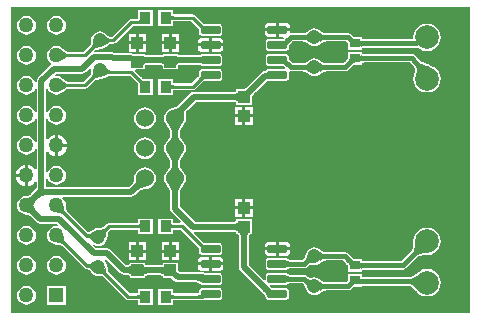
<source format=gtl>
G04*
G04 #@! TF.GenerationSoftware,Altium Limited,Altium Designer,20.0.12 (288)*
G04*
G04 Layer_Physical_Order=1*
G04 Layer_Color=255*
%FSLAX25Y25*%
%MOIN*%
G70*
G01*
G75*
%ADD10C,0.01000*%
%ADD15R,0.03937X0.03937*%
%ADD16R,0.03543X0.03937*%
%ADD17R,0.03740X0.03150*%
G04:AMPARAMS|DCode=18|XSize=25.59mil|YSize=64.96mil|CornerRadius=1.92mil|HoleSize=0mil|Usage=FLASHONLY|Rotation=90.000|XOffset=0mil|YOffset=0mil|HoleType=Round|Shape=RoundedRectangle|*
%AMROUNDEDRECTD18*
21,1,0.02559,0.06112,0,0,90.0*
21,1,0.02175,0.06496,0,0,90.0*
1,1,0.00384,0.03056,0.01088*
1,1,0.00384,0.03056,-0.01088*
1,1,0.00384,-0.03056,-0.01088*
1,1,0.00384,-0.03056,0.01088*
%
%ADD18ROUNDEDRECTD18*%
%ADD28C,0.01500*%
%ADD29C,0.02000*%
%ADD30C,0.04724*%
%ADD31C,0.07874*%
%ADD32C,0.06000*%
%ADD33R,0.05000X0.05000*%
%ADD34C,0.05000*%
G36*
X340603Y357044D02*
X187603D01*
Y459044D01*
X340603D01*
Y357044D01*
D02*
G37*
%LPC*%
G36*
X234628Y458113D02*
X229885D01*
Y455259D01*
X229874Y455256D01*
X229779Y455240D01*
X229652Y455229D01*
X229480Y455225D01*
X229418Y455197D01*
X227564D01*
X227134Y455112D01*
X226770Y454869D01*
X226770Y454869D01*
X221068Y449166D01*
X220924D01*
X220870Y449192D01*
X220724Y449201D01*
X220609Y449223D01*
X220481Y449261D01*
X220339Y449319D01*
X220184Y449399D01*
X220018Y449501D01*
X219848Y449622D01*
X219452Y449959D01*
X219244Y450162D01*
X219171Y450191D01*
X218597Y450632D01*
X217876Y450930D01*
X217103Y451032D01*
X216330Y450930D01*
X215609Y450632D01*
X214990Y450157D01*
X214515Y449538D01*
X214217Y448817D01*
X214124Y448114D01*
X214092Y448042D01*
X214073Y447459D01*
X214048Y447228D01*
X214012Y447013D01*
X213966Y446823D01*
X213913Y446658D01*
X213854Y446516D01*
X213790Y446398D01*
X213724Y446302D01*
X213628Y446193D01*
X213608Y446135D01*
X211638Y444166D01*
X206649D01*
X206595Y444192D01*
X206444Y444202D01*
X206323Y444225D01*
X206186Y444268D01*
X206033Y444332D01*
X205866Y444420D01*
X205686Y444533D01*
X205500Y444667D01*
X205069Y445036D01*
X204843Y445258D01*
X204774Y445286D01*
X204166Y445752D01*
X203412Y446064D01*
X202603Y446171D01*
X201794Y446064D01*
X201040Y445752D01*
X200392Y445255D01*
X199895Y444608D01*
X199583Y443854D01*
X199476Y443044D01*
X199583Y442235D01*
X199895Y441481D01*
X200392Y440833D01*
X200863Y440472D01*
X200884Y439959D01*
X200849Y439874D01*
X200585Y439698D01*
X196449Y435562D01*
X196096Y435033D01*
X195972Y434408D01*
Y434319D01*
X195472Y434219D01*
X195311Y434608D01*
X194814Y435255D01*
X194166Y435752D01*
X193412Y436064D01*
X192603Y436171D01*
X191794Y436064D01*
X191040Y435752D01*
X190392Y435255D01*
X189895Y434608D01*
X189583Y433853D01*
X189476Y433044D01*
X189583Y432235D01*
X189895Y431481D01*
X190392Y430833D01*
X191040Y430336D01*
X191794Y430024D01*
X192603Y429917D01*
X193412Y430024D01*
X194166Y430336D01*
X194814Y430833D01*
X195311Y431481D01*
X195472Y431869D01*
X195972Y431770D01*
Y424319D01*
X195472Y424219D01*
X195311Y424608D01*
X194814Y425255D01*
X194166Y425752D01*
X193412Y426064D01*
X192603Y426171D01*
X191794Y426064D01*
X191040Y425752D01*
X190392Y425255D01*
X189895Y424608D01*
X189583Y423853D01*
X189476Y423044D01*
X189583Y422235D01*
X189895Y421481D01*
X190392Y420833D01*
X191040Y420336D01*
X191794Y420024D01*
X192603Y419917D01*
X193412Y420024D01*
X194166Y420336D01*
X194814Y420833D01*
X195311Y421481D01*
X195472Y421869D01*
X195972Y421770D01*
Y414319D01*
X195472Y414219D01*
X195311Y414608D01*
X194814Y415255D01*
X194166Y415752D01*
X193412Y416064D01*
X192603Y416171D01*
X191794Y416064D01*
X191040Y415752D01*
X190392Y415255D01*
X189895Y414608D01*
X189583Y413854D01*
X189476Y413044D01*
X189583Y412235D01*
X189895Y411481D01*
X190392Y410833D01*
X191040Y410336D01*
X191794Y410024D01*
X192603Y409917D01*
X193412Y410024D01*
X194166Y410336D01*
X194814Y410833D01*
X195311Y411481D01*
X195472Y411869D01*
X195972Y411770D01*
Y405225D01*
X195472Y405055D01*
X195099Y405540D01*
X194368Y406102D01*
X193517Y406454D01*
X193103Y406509D01*
Y403044D01*
Y399580D01*
X193517Y399634D01*
X194368Y399987D01*
X195099Y400548D01*
X195472Y401033D01*
X195972Y400864D01*
Y398745D01*
X195937Y398710D01*
X195919Y398667D01*
X194172Y396920D01*
X194132Y396905D01*
X193965Y396749D01*
X193815Y396624D01*
X193665Y396517D01*
X193517Y396427D01*
X193371Y396352D01*
X193226Y396293D01*
X193080Y396249D01*
X192934Y396217D01*
X192786Y396199D01*
X192606Y396193D01*
X192539Y396163D01*
X191794Y396064D01*
X191040Y395752D01*
X190392Y395255D01*
X189895Y394608D01*
X189583Y393853D01*
X189476Y393044D01*
X189583Y392235D01*
X189895Y391481D01*
X190392Y390833D01*
X191040Y390336D01*
X191794Y390024D01*
X192539Y389926D01*
X192606Y389895D01*
X192786Y389889D01*
X192934Y389871D01*
X193080Y389840D01*
X193226Y389795D01*
X193371Y389736D01*
X193517Y389662D01*
X193665Y389572D01*
X193815Y389465D01*
X193965Y389340D01*
X194132Y389183D01*
X194172Y389168D01*
X195949Y387391D01*
X196479Y387037D01*
X197103Y386913D01*
X202737D01*
X202987Y386597D01*
X202762Y386150D01*
X202603Y386171D01*
X201794Y386064D01*
X201040Y385752D01*
X200392Y385255D01*
X199895Y384608D01*
X199583Y383854D01*
X199476Y383044D01*
X199583Y382235D01*
X199895Y381481D01*
X200392Y380833D01*
X201040Y380336D01*
X201794Y380024D01*
X202540Y379926D01*
X202608Y379895D01*
X203241Y379876D01*
X203495Y379849D01*
X203730Y379812D01*
X203938Y379764D01*
X204118Y379708D01*
X204271Y379646D01*
X204398Y379579D01*
X204500Y379509D01*
X204614Y379410D01*
X204671Y379390D01*
X211948Y372113D01*
X211948Y372113D01*
X212312Y371870D01*
X212670Y371799D01*
X212725Y371765D01*
X212757Y371773D01*
X212786Y371758D01*
X212937Y371749D01*
X213048Y371727D01*
X213164Y371689D01*
X213286Y371633D01*
X213415Y371556D01*
X213552Y371455D01*
X213696Y371328D01*
X213845Y371176D01*
X213998Y370997D01*
X214165Y370777D01*
X214275Y370712D01*
X214490Y370431D01*
X215109Y369957D01*
X215830Y369658D01*
X216533Y369566D01*
X216605Y369533D01*
X217188Y369514D01*
X217419Y369489D01*
X217634Y369453D01*
X217824Y369408D01*
X217990Y369355D01*
X218131Y369295D01*
X218249Y369232D01*
X218345Y369165D01*
X218455Y369069D01*
X218512Y369049D01*
X225810Y361751D01*
X225810Y361751D01*
X226174Y361508D01*
X226603Y361423D01*
X226603Y361423D01*
X229418D01*
X229480Y361395D01*
X229652Y361390D01*
X229780Y361379D01*
X229876Y361364D01*
X229885Y361361D01*
Y359976D01*
X234628D01*
Y365113D01*
X229885D01*
Y363727D01*
X229876Y363725D01*
X229780Y363709D01*
X229652Y363698D01*
X229480Y363693D01*
X229418Y363666D01*
X227067D01*
X220098Y370635D01*
X220078Y370693D01*
X219982Y370802D01*
X219915Y370899D01*
X219852Y371016D01*
X219793Y371158D01*
X219740Y371323D01*
X219694Y371513D01*
X219660Y371719D01*
X219618Y372237D01*
X219614Y372528D01*
X219583Y372601D01*
X219489Y373318D01*
X219190Y374038D01*
X218716Y374657D01*
X218675Y374688D01*
X218808Y375216D01*
X219025Y375251D01*
X223885Y370391D01*
X224414Y370037D01*
X225038Y369913D01*
X225589D01*
X225629Y369895D01*
X225991Y369885D01*
X226288Y369859D01*
X226534Y369819D01*
X226725Y369767D01*
X226861Y369712D01*
X226942Y369663D01*
X226980Y369628D01*
X226993Y369609D01*
X227000Y369588D01*
X227013Y369474D01*
X227034Y369434D01*
Y368826D01*
X231427D01*
X231488Y368793D01*
X231525Y368803D01*
X231559Y368789D01*
X231650Y368826D01*
X232172D01*
Y369306D01*
X232205Y369367D01*
X232216Y369470D01*
X232220Y369479D01*
X232228Y369491D01*
X232263Y369522D01*
X232343Y369569D01*
X232479Y369622D01*
X232672Y369672D01*
X232918Y369711D01*
X233215Y369736D01*
X233576Y369745D01*
X233616Y369763D01*
X236590D01*
X236630Y369745D01*
X236991Y369736D01*
X237288Y369711D01*
X237534Y369672D01*
X237726Y369622D01*
X237862Y369569D01*
X237943Y369522D01*
X237978Y369491D01*
X237986Y369479D01*
X237990Y369470D01*
X238001Y369367D01*
X238035Y369306D01*
Y368826D01*
X238556D01*
X238647Y368789D01*
X238681Y368803D01*
X238718Y368793D01*
X238778Y368826D01*
X240864D01*
X241800Y367891D01*
X242329Y367537D01*
X242953Y367413D01*
X248675D01*
X248716Y367395D01*
X249037Y367388D01*
X249309Y367369D01*
X249546Y367338D01*
X249745Y367297D01*
X249905Y367250D01*
X250024Y367200D01*
X250104Y367154D01*
X250151Y367116D01*
X250173Y367089D01*
X250216Y367010D01*
X250277Y366960D01*
X250303Y366886D01*
X250464Y366809D01*
X250602Y366696D01*
X250658Y366702D01*
X250705Y366693D01*
X250751Y366670D01*
X250776Y366679D01*
X250925Y366649D01*
X257037D01*
X257346Y366711D01*
X257608Y366886D01*
X257783Y367148D01*
X257844Y367457D01*
Y369632D01*
X257783Y369941D01*
X257608Y370203D01*
X257346Y370378D01*
X257037Y370439D01*
X252305D01*
X252137Y370551D01*
X251512Y370676D01*
X249521D01*
X249281Y370690D01*
X249263Y370684D01*
X249244Y370691D01*
X248733Y370694D01*
X248731Y370693D01*
X248730Y370694D01*
X248686Y370676D01*
X243629D01*
X243172Y371133D01*
Y373963D01*
X238779D01*
X238718Y373997D01*
X238681Y373986D01*
X238647Y374001D01*
X238556Y373963D01*
X238035D01*
Y373483D01*
X238001Y373422D01*
X237990Y373320D01*
X237986Y373310D01*
X237978Y373298D01*
X237943Y373267D01*
X237862Y373220D01*
X237726Y373167D01*
X237534Y373117D01*
X237288Y373078D01*
X236991Y373053D01*
X236630Y373044D01*
X236590Y373026D01*
X233616D01*
X233576Y373044D01*
X233215Y373053D01*
X232918Y373078D01*
X232672Y373117D01*
X232479Y373167D01*
X232343Y373220D01*
X232263Y373267D01*
X232228Y373298D01*
X232220Y373310D01*
X232216Y373320D01*
X232205Y373422D01*
X232172Y373483D01*
Y373963D01*
X231650D01*
X231559Y374001D01*
X231525Y373986D01*
X231488Y373997D01*
X231427Y373963D01*
X227786D01*
X227730Y373995D01*
X227687Y373983D01*
X227644Y374001D01*
X227555Y373963D01*
X227034D01*
Y373491D01*
X227003Y373435D01*
X226998Y373400D01*
X226985Y373391D01*
X226900Y373348D01*
X226755Y373301D01*
X226565Y373259D01*
X225987Y373201D01*
X225694Y373195D01*
X220692Y378198D01*
X220162Y378551D01*
X219538Y378676D01*
X215643D01*
X214605Y379714D01*
X214935Y380090D01*
X215109Y379957D01*
X215830Y379658D01*
X216603Y379556D01*
X217376Y379658D01*
X218097Y379957D01*
X218716Y380432D01*
X219190Y381050D01*
X219489Y381771D01*
X219582Y382475D01*
X219614Y382547D01*
X219633Y383129D01*
X219658Y383361D01*
X219694Y383575D01*
X219740Y383765D01*
X219793Y383931D01*
X219852Y384072D01*
X219915Y384190D01*
X219982Y384287D01*
X220078Y384396D01*
X220098Y384453D01*
X220567Y384923D01*
X229418D01*
X229480Y384895D01*
X229652Y384891D01*
X229780Y384879D01*
X229876Y384863D01*
X229885Y384861D01*
Y383476D01*
X234628D01*
Y388613D01*
X229885D01*
Y387227D01*
X229876Y387225D01*
X229780Y387209D01*
X229652Y387198D01*
X229480Y387193D01*
X229418Y387166D01*
X220103D01*
X220103Y387166D01*
X219674Y387080D01*
X219310Y386837D01*
X219310Y386837D01*
X218512Y386039D01*
X218455Y386019D01*
X218345Y385923D01*
X218249Y385857D01*
X218131Y385793D01*
X217990Y385734D01*
X217824Y385681D01*
X217634Y385636D01*
X217428Y385601D01*
X216910Y385559D01*
X216620Y385556D01*
X216547Y385525D01*
X215830Y385430D01*
X215109Y385132D01*
X214925Y384991D01*
X214809Y384963D01*
X214547Y384773D01*
X214312Y384614D01*
X213863Y384347D01*
X213674Y384253D01*
X213497Y384176D01*
X213338Y384120D01*
X213199Y384083D01*
X213158Y384076D01*
X206257Y390977D01*
X206238Y391033D01*
X206138Y391147D01*
X206068Y391249D01*
X206001Y391376D01*
X205939Y391529D01*
X205883Y391709D01*
X205836Y391917D01*
X205799Y392144D01*
X205755Y392708D01*
X205752Y393026D01*
X205723Y393094D01*
X205623Y393853D01*
X205311Y394608D01*
X204814Y395255D01*
X204608Y395413D01*
X204778Y395913D01*
X227603D01*
X228227Y396037D01*
X228756Y396391D01*
X229939Y397573D01*
X229978Y397587D01*
X230163Y397758D01*
X230336Y397894D01*
X230517Y398012D01*
X230705Y398115D01*
X230904Y398201D01*
X231112Y398271D01*
X231331Y398326D01*
X231563Y398366D01*
X231808Y398389D01*
X232088Y398395D01*
X232140Y398418D01*
X233043Y398537D01*
X233918Y398900D01*
X234670Y399477D01*
X235247Y400229D01*
X235610Y401104D01*
X235734Y402044D01*
X235610Y402984D01*
X235247Y403860D01*
X234670Y404612D01*
X233918Y405189D01*
X233043Y405551D01*
X232103Y405675D01*
X231163Y405551D01*
X230287Y405189D01*
X229535Y404612D01*
X228958Y403860D01*
X228596Y402984D01*
X228477Y402081D01*
X228454Y402029D01*
X228447Y401750D01*
X228424Y401504D01*
X228385Y401272D01*
X228330Y401053D01*
X228260Y400845D01*
X228173Y400647D01*
X228071Y400458D01*
X227953Y400278D01*
X227817Y400104D01*
X227646Y399919D01*
X227631Y399880D01*
X226927Y399176D01*
X199234D01*
Y401770D01*
X199734Y401869D01*
X199895Y401481D01*
X200392Y400833D01*
X201040Y400336D01*
X201794Y400024D01*
X202603Y399918D01*
X203412Y400024D01*
X204166Y400336D01*
X204814Y400833D01*
X205311Y401481D01*
X205623Y402235D01*
X205730Y403044D01*
X205623Y403854D01*
X205311Y404608D01*
X204814Y405255D01*
X204166Y405752D01*
X203412Y406064D01*
X202603Y406171D01*
X201794Y406064D01*
X201040Y405752D01*
X200392Y405255D01*
X199895Y404608D01*
X199734Y404219D01*
X199234Y404319D01*
Y410864D01*
X199734Y411033D01*
X200107Y410548D01*
X200838Y409987D01*
X201689Y409634D01*
X202103Y409580D01*
Y413044D01*
Y416509D01*
X201689Y416454D01*
X200838Y416101D01*
X200107Y415540D01*
X199734Y415055D01*
X199234Y415225D01*
Y421770D01*
X199734Y421869D01*
X199895Y421481D01*
X200392Y420833D01*
X201040Y420336D01*
X201794Y420024D01*
X202603Y419917D01*
X203412Y420024D01*
X204166Y420336D01*
X204814Y420833D01*
X205311Y421481D01*
X205623Y422235D01*
X205730Y423044D01*
X205623Y423853D01*
X205311Y424608D01*
X204814Y425255D01*
X204166Y425752D01*
X203412Y426064D01*
X202603Y426171D01*
X201794Y426064D01*
X201040Y425752D01*
X200392Y425255D01*
X199895Y424608D01*
X199734Y424219D01*
X199234Y424319D01*
Y431770D01*
X199734Y431869D01*
X199895Y431481D01*
X200392Y430833D01*
X201040Y430336D01*
X201794Y430024D01*
X202603Y429917D01*
X203412Y430024D01*
X204166Y430336D01*
X204764Y430795D01*
X204833Y430821D01*
X205295Y431255D01*
X205493Y431416D01*
X205686Y431555D01*
X205866Y431669D01*
X206033Y431756D01*
X206186Y431821D01*
X206323Y431863D01*
X206444Y431886D01*
X206595Y431896D01*
X206649Y431923D01*
X212103D01*
X212103Y431923D01*
X212532Y432008D01*
X212896Y432251D01*
X215194Y434549D01*
X215251Y434569D01*
X215361Y434665D01*
X215457Y434732D01*
X215575Y434795D01*
X215716Y434855D01*
X215882Y434908D01*
X216072Y434953D01*
X216278Y434987D01*
X216796Y435030D01*
X217086Y435033D01*
X217159Y435064D01*
X217876Y435158D01*
X218539Y435433D01*
X218621Y435443D01*
X218916Y435612D01*
X219447Y435891D01*
X219903Y436095D01*
X220090Y436164D01*
X220259Y436217D01*
X220402Y436252D01*
X220516Y436271D01*
X220639Y436278D01*
X220694Y436305D01*
X227107D01*
X229291Y434120D01*
X229314Y434058D01*
X229668Y433678D01*
X229783Y433535D01*
X229869Y433413D01*
X229885Y433385D01*
Y433148D01*
X229859Y433086D01*
X229880Y433036D01*
X229868Y432983D01*
X229885Y432955D01*
Y429976D01*
X234628D01*
Y435113D01*
X232042D01*
X232015Y435130D01*
X231961Y435117D01*
X231911Y435138D01*
X231850Y435113D01*
X231612D01*
X231585Y435129D01*
X231470Y435210D01*
X231139Y435490D01*
X230948Y435675D01*
X230883Y435700D01*
X228758Y437826D01*
X228965Y438326D01*
X232172D01*
Y439434D01*
X232193Y439474D01*
X232206Y439587D01*
X232213Y439609D01*
X232226Y439628D01*
X232264Y439663D01*
X232345Y439712D01*
X232481Y439767D01*
X232672Y439819D01*
X232918Y439859D01*
X233215Y439886D01*
X233576Y439895D01*
X233617Y439913D01*
X236589D01*
X236629Y439895D01*
X236991Y439886D01*
X237288Y439859D01*
X237534Y439819D01*
X237725Y439767D01*
X237861Y439712D01*
X237942Y439663D01*
X237980Y439628D01*
X237993Y439609D01*
X238000Y439587D01*
X238013Y439474D01*
X238035Y439434D01*
Y438326D01*
X243172D01*
Y439434D01*
X243193Y439474D01*
X243205Y439587D01*
X243213Y439609D01*
X243226Y439628D01*
X243264Y439663D01*
X243345Y439712D01*
X243481Y439767D01*
X243672Y439819D01*
X243918Y439859D01*
X244215Y439886D01*
X244577Y439895D01*
X244617Y439913D01*
X248676D01*
X248717Y439895D01*
X249710Y439875D01*
X250160Y439842D01*
X250308Y439822D01*
X250406Y439803D01*
X250431Y439795D01*
X250454Y439784D01*
X250475Y439782D01*
X250488Y439778D01*
X250503Y439780D01*
X250514Y439779D01*
X250616Y439711D01*
X250695Y439695D01*
X250743Y439671D01*
X250765Y439678D01*
X250787Y439670D01*
X250799Y439674D01*
X250925Y439649D01*
X257037D01*
X257346Y439711D01*
X257608Y439886D01*
X257783Y440148D01*
X257844Y440457D01*
Y442632D01*
X257783Y442941D01*
X257608Y443203D01*
X257346Y443378D01*
X257037Y443439D01*
X250925D01*
X250799Y443414D01*
X250787Y443419D01*
X250765Y443410D01*
X250743Y443418D01*
X250695Y443394D01*
X250616Y443378D01*
X250514Y443310D01*
X250503Y443309D01*
X250488Y443310D01*
X250475Y443306D01*
X250454Y443305D01*
X250431Y443293D01*
X250406Y443286D01*
X250331Y443271D01*
X249083Y443196D01*
X248726Y443194D01*
X248683Y443176D01*
X244612D01*
X244570Y443194D01*
X243866Y443206D01*
X243341Y443240D01*
X243172Y443261D01*
Y443463D01*
X242651D01*
X242562Y443501D01*
X242471Y443463D01*
X242386D01*
X242349Y443465D01*
X242346Y443463D01*
X238860D01*
X238857Y443465D01*
X238820Y443463D01*
X238735D01*
X238644Y443501D01*
X238555Y443463D01*
X238035D01*
Y443264D01*
X237002Y443197D01*
X236641Y443194D01*
X236598Y443176D01*
X233612D01*
X233571Y443194D01*
X232866Y443206D01*
X232341Y443240D01*
X232172Y443261D01*
Y443463D01*
X231651D01*
X231562Y443501D01*
X231470Y443463D01*
X231386D01*
X231349Y443465D01*
X231346Y443463D01*
X228792D01*
X228634Y443495D01*
X228172D01*
X228087Y443551D01*
X227463Y443676D01*
X222190D01*
X221834Y443914D01*
X221209Y444038D01*
X215390D01*
X215372Y444081D01*
X215251Y444569D01*
X215361Y444665D01*
X215457Y444732D01*
X215575Y444795D01*
X215716Y444855D01*
X215882Y444908D01*
X216072Y444953D01*
X216278Y444987D01*
X216796Y445030D01*
X217086Y445033D01*
X217159Y445064D01*
X217876Y445158D01*
X218597Y445457D01*
X219160Y445889D01*
X219234Y445917D01*
X219659Y446315D01*
X219841Y446461D01*
X220018Y446587D01*
X220184Y446690D01*
X220339Y446769D01*
X220481Y446827D01*
X220609Y446866D01*
X220724Y446887D01*
X220870Y446896D01*
X220924Y446923D01*
X221532D01*
X221532Y446923D01*
X221961Y447008D01*
X222325Y447251D01*
X228028Y452954D01*
X229430D01*
X229497Y452926D01*
X229498Y452926D01*
X229498Y452926D01*
X230008Y452927D01*
X230012Y452929D01*
X230016Y452927D01*
X230466Y452934D01*
X230483Y452941D01*
X230488Y452940D01*
X230492Y452938D01*
X230492Y452939D01*
X230501Y452936D01*
X230531Y452938D01*
X230564Y452954D01*
X230620D01*
X230631Y452952D01*
X230640Y452954D01*
X230985D01*
X230985Y452954D01*
X231093Y452976D01*
X234628D01*
Y458113D01*
D02*
G37*
G36*
X279281Y453847D02*
X276725D01*
Y452044D01*
X280496D01*
Y452632D01*
X280404Y453097D01*
X280140Y453491D01*
X279746Y453755D01*
X279281Y453847D01*
D02*
G37*
G36*
X275725D02*
X273169D01*
X272704Y453755D01*
X272310Y453491D01*
X272046Y453097D01*
X271954Y452632D01*
Y452044D01*
X275725D01*
Y453847D01*
D02*
G37*
G36*
X192603Y456171D02*
X191794Y456064D01*
X191040Y455752D01*
X190392Y455255D01*
X189895Y454608D01*
X189583Y453854D01*
X189476Y453044D01*
X189583Y452235D01*
X189895Y451481D01*
X190392Y450833D01*
X191040Y450336D01*
X191794Y450024D01*
X192603Y449918D01*
X193412Y450024D01*
X194166Y450336D01*
X194814Y450833D01*
X195311Y451481D01*
X195623Y452235D01*
X195730Y453044D01*
X195623Y453854D01*
X195311Y454608D01*
X194814Y455255D01*
X194166Y455752D01*
X193412Y456064D01*
X192603Y456171D01*
D02*
G37*
G36*
X202603Y456171D02*
X201794Y456064D01*
X201040Y455752D01*
X200392Y455255D01*
X199895Y454608D01*
X199583Y453854D01*
X199476Y453044D01*
X199583Y452235D01*
X199895Y451481D01*
X200392Y450833D01*
X201040Y450336D01*
X201794Y450024D01*
X202603Y449918D01*
X203412Y450024D01*
X204166Y450336D01*
X204814Y450833D01*
X205311Y451481D01*
X205623Y452235D01*
X205730Y453044D01*
X205623Y453854D01*
X205311Y454608D01*
X204814Y455255D01*
X204166Y455752D01*
X203412Y456064D01*
X202603Y456171D01*
D02*
G37*
G36*
X241321Y458113D02*
X236578D01*
Y452976D01*
X241321D01*
Y454359D01*
X241337Y454364D01*
X241431Y454380D01*
X241556Y454390D01*
X241726Y454395D01*
X241788Y454423D01*
X247548D01*
X249524Y452446D01*
X249547Y452385D01*
X249898Y452006D01*
X250011Y451865D01*
X250096Y451744D01*
X250117Y451706D01*
Y451501D01*
X250081Y451412D01*
X250101Y451363D01*
X250089Y451311D01*
X250117Y451264D01*
Y450457D01*
X250179Y450148D01*
X250354Y449886D01*
X250616Y449711D01*
X250925Y449649D01*
X257037D01*
X257346Y449711D01*
X257608Y449886D01*
X257783Y450148D01*
X257844Y450457D01*
Y452632D01*
X257783Y452941D01*
X257608Y453203D01*
X257346Y453378D01*
X257037Y453439D01*
X252293D01*
X252245Y453468D01*
X252194Y453456D01*
X252144Y453476D01*
X252056Y453439D01*
X251851D01*
X251813Y453461D01*
X251699Y453540D01*
X251371Y453818D01*
X251181Y454001D01*
X251116Y454026D01*
X248805Y456337D01*
X248442Y456580D01*
X248012Y456666D01*
X248012Y456666D01*
X241788D01*
X241726Y456693D01*
X241556Y456698D01*
X241431Y456709D01*
X241337Y456725D01*
X241321Y456729D01*
Y458113D01*
D02*
G37*
G36*
X275725Y451044D02*
X271954D01*
Y450457D01*
X272046Y449992D01*
X272310Y449597D01*
X272704Y449334D01*
X273169Y449241D01*
X275725D01*
Y451044D01*
D02*
G37*
G36*
X326103Y453620D02*
X324919Y453464D01*
X323815Y453007D01*
X322867Y452280D01*
X322140Y451332D01*
X321683Y450229D01*
X321527Y449044D01*
X321565Y448757D01*
X321235Y448381D01*
X305529D01*
X305478Y448404D01*
X305211Y448411D01*
X304998Y448430D01*
X304827Y448458D01*
X304700Y448492D01*
X304619Y448525D01*
X304599Y448537D01*
X304595Y448573D01*
X304573Y448613D01*
Y449180D01*
X301579D01*
X300742Y450017D01*
X300295Y450316D01*
X299768Y450421D01*
X292336D01*
X292287Y450443D01*
X292100Y450451D01*
X291945Y450471D01*
X291793Y450504D01*
X291644Y450551D01*
X291496Y450611D01*
X291348Y450686D01*
X291200Y450777D01*
X291052Y450885D01*
X290903Y451010D01*
X290739Y451167D01*
X290666Y451195D01*
X290097Y451632D01*
X289376Y451930D01*
X288603Y452032D01*
X287830Y451930D01*
X287109Y451632D01*
X286541Y451195D01*
X286467Y451167D01*
X286303Y451010D01*
X286154Y450885D01*
X286006Y450777D01*
X285858Y450686D01*
X285710Y450611D01*
X285562Y450551D01*
X285412Y450504D01*
X285261Y450471D01*
X285105Y450451D01*
X284918Y450443D01*
X284870Y450421D01*
X280975D01*
X280684Y450443D01*
X280496Y450891D01*
Y451044D01*
X276725D01*
Y449241D01*
X278233D01*
X278351Y448741D01*
X278224Y448640D01*
X278021Y448497D01*
X277920Y448439D01*
X277414D01*
X277355Y448464D01*
X277304Y448443D01*
X277252Y448456D01*
X277225Y448439D01*
X273169D01*
X272860Y448378D01*
X272598Y448203D01*
X272423Y447941D01*
X272361Y447632D01*
Y445457D01*
X272423Y445148D01*
X272598Y444886D01*
X272860Y444711D01*
X273169Y444649D01*
X279281D01*
X279590Y444711D01*
X279852Y444886D01*
X280027Y445148D01*
X280088Y445457D01*
Y445576D01*
X280105Y445602D01*
X280093Y445655D01*
X280113Y445705D01*
X280088Y445765D01*
Y446271D01*
X280147Y446372D01*
X280284Y446568D01*
X280720Y447082D01*
X281004Y447375D01*
X281025Y447429D01*
X281264Y447668D01*
X284870D01*
X284918Y447645D01*
X285105Y447638D01*
X285261Y447617D01*
X285412Y447584D01*
X285562Y447538D01*
X285710Y447477D01*
X285858Y447402D01*
X286006Y447311D01*
X286154Y447204D01*
X286303Y447079D01*
X286467Y446922D01*
X286541Y446893D01*
X287109Y446457D01*
X287830Y446158D01*
X288603Y446057D01*
X289376Y446158D01*
X290097Y446457D01*
X290666Y446893D01*
X290739Y446922D01*
X290903Y447079D01*
X291052Y447203D01*
X291200Y447311D01*
X291348Y447402D01*
X291496Y447477D01*
X291644Y447538D01*
X291793Y447584D01*
X291945Y447617D01*
X292100Y447638D01*
X292287Y447645D01*
X292336Y447668D01*
X299198D01*
X299633Y447233D01*
Y444830D01*
X304573D01*
Y445396D01*
X304595Y445436D01*
X304599Y445473D01*
X304619Y445485D01*
X304700Y445518D01*
X304827Y445552D01*
X304998Y445580D01*
X305211Y445599D01*
X305478Y445606D01*
X305529Y445628D01*
X322339D01*
X322866Y445733D01*
X322919Y445769D01*
X323815Y445081D01*
X324919Y444624D01*
X326103Y444468D01*
X327287Y444624D01*
X328391Y445081D01*
X329339Y445808D01*
X330066Y446756D01*
X330523Y447860D01*
X330679Y449044D01*
X330523Y450229D01*
X330066Y451332D01*
X329339Y452280D01*
X328391Y453007D01*
X327287Y453464D01*
X326103Y453620D01*
D02*
G37*
G36*
X243571Y450162D02*
X241103D01*
Y447694D01*
X243571D01*
Y450162D01*
D02*
G37*
G36*
X240103D02*
X237634D01*
Y447694D01*
X240103D01*
Y450162D01*
D02*
G37*
G36*
X232572D02*
X230103D01*
Y447694D01*
X232572D01*
Y450162D01*
D02*
G37*
G36*
X229103D02*
X226635D01*
Y447694D01*
X229103D01*
Y450162D01*
D02*
G37*
G36*
X257037Y448847D02*
X254481D01*
Y447044D01*
X258252D01*
Y447632D01*
X258160Y448097D01*
X257896Y448491D01*
X257502Y448755D01*
X257037Y448847D01*
D02*
G37*
G36*
X253481D02*
X250925D01*
X250460Y448755D01*
X250065Y448491D01*
X249802Y448097D01*
X249710Y447632D01*
Y447044D01*
X253481D01*
Y448847D01*
D02*
G37*
G36*
X258252Y446044D02*
X254481D01*
Y444241D01*
X257037D01*
X257502Y444334D01*
X257896Y444597D01*
X258160Y444991D01*
X258252Y445457D01*
Y446044D01*
D02*
G37*
G36*
X253481D02*
X249710D01*
Y445457D01*
X249802Y444991D01*
X250065Y444597D01*
X250460Y444334D01*
X250925Y444241D01*
X253481D01*
Y446044D01*
D02*
G37*
G36*
X243571Y446694D02*
X241103D01*
Y444225D01*
X243571D01*
Y446694D01*
D02*
G37*
G36*
X240103D02*
X237634D01*
Y444225D01*
X240103D01*
Y446694D01*
D02*
G37*
G36*
X232572D02*
X230103D01*
Y444225D01*
X232572D01*
Y446694D01*
D02*
G37*
G36*
X229103D02*
X226635D01*
Y444225D01*
X229103D01*
Y446694D01*
D02*
G37*
G36*
X304573Y444258D02*
X299633D01*
Y442792D01*
X299603Y442743D01*
X299616Y442691D01*
X299595Y442642D01*
X299633Y442552D01*
Y442085D01*
X299568Y441971D01*
X299432Y441776D01*
X298999Y441264D01*
X298717Y440972D01*
X298696Y440918D01*
X298198Y440421D01*
X292336D01*
X292287Y440443D01*
X292100Y440451D01*
X291945Y440471D01*
X291793Y440504D01*
X291644Y440551D01*
X291496Y440611D01*
X291348Y440686D01*
X291200Y440777D01*
X291052Y440885D01*
X290903Y441010D01*
X290739Y441167D01*
X290666Y441195D01*
X290097Y441632D01*
X289376Y441930D01*
X288603Y442032D01*
X287830Y441930D01*
X287109Y441632D01*
X286541Y441195D01*
X286467Y441167D01*
X286303Y441010D01*
X286154Y440885D01*
X286006Y440777D01*
X285858Y440686D01*
X285710Y440611D01*
X285562Y440551D01*
X285412Y440504D01*
X285261Y440471D01*
X285105Y440451D01*
X284918Y440443D01*
X284870Y440421D01*
X281264D01*
X281031Y440653D01*
X281012Y440704D01*
X280474Y441283D01*
X280289Y441513D01*
X280147Y441717D01*
X280088Y441818D01*
Y442323D01*
X280113Y442383D01*
X280093Y442433D01*
X280105Y442486D01*
X280088Y442513D01*
Y442632D01*
X280027Y442941D01*
X279852Y443203D01*
X279590Y443378D01*
X279281Y443439D01*
X273169D01*
X272860Y443378D01*
X272598Y443203D01*
X272423Y442941D01*
X272361Y442632D01*
Y440457D01*
X272423Y440148D01*
X272598Y439886D01*
X272860Y439711D01*
X273169Y439649D01*
X277225D01*
X277252Y439633D01*
X277304Y439645D01*
X277355Y439624D01*
X277414Y439649D01*
X277920D01*
X278021Y439591D01*
X278217Y439454D01*
X278731Y439018D01*
X278812Y438939D01*
X278610Y438439D01*
X273169D01*
X272860Y438378D01*
X272598Y438203D01*
X272423Y437941D01*
X272414Y437896D01*
X272174D01*
X271550Y437772D01*
X271020Y437418D01*
X266657Y433055D01*
X266617Y433040D01*
X265843Y432321D01*
X265525Y432067D01*
X265241Y431870D01*
X265054Y431762D01*
X264321D01*
X264231Y431800D01*
X264182Y431779D01*
X264130Y431792D01*
X264082Y431762D01*
X263279D01*
X263217Y431796D01*
X263181Y431785D01*
X263146Y431800D01*
X263056Y431762D01*
X262534D01*
Y431282D01*
X262501Y431221D01*
X262490Y431119D01*
X262486Y431109D01*
X262478Y431097D01*
X262443Y431066D01*
X262363Y431019D01*
X262227Y430966D01*
X262034Y430916D01*
X261788Y430877D01*
X261491Y430852D01*
X261130Y430843D01*
X261090Y430825D01*
X248369D01*
X247744Y430701D01*
X247215Y430347D01*
X243606Y426738D01*
X243566Y426723D01*
X243385Y426554D01*
X243210Y426410D01*
X243023Y426276D01*
X242825Y426152D01*
X242616Y426038D01*
X242394Y425934D01*
X242168Y425843D01*
X241644Y425681D01*
X241363Y425618D01*
X241294Y425569D01*
X241163Y425552D01*
X240287Y425189D01*
X239535Y424612D01*
X238958Y423860D01*
X238596Y422984D01*
X238472Y422044D01*
X238596Y421104D01*
X238958Y420229D01*
X239513Y419506D01*
X239533Y419453D01*
X239726Y419251D01*
X239884Y419061D01*
X240020Y418870D01*
X240136Y418675D01*
X240233Y418478D01*
X240312Y418277D01*
X240374Y418072D01*
X240418Y417860D01*
X240444Y417642D01*
X240454Y417390D01*
X240472Y417352D01*
Y416736D01*
X240454Y416698D01*
X240444Y416446D01*
X240418Y416228D01*
X240374Y416016D01*
X240312Y415811D01*
X240233Y415610D01*
X240136Y415413D01*
X240020Y415219D01*
X239884Y415027D01*
X239726Y414838D01*
X239533Y414635D01*
X239513Y414582D01*
X238958Y413860D01*
X238596Y412984D01*
X238472Y412044D01*
X238596Y411104D01*
X238958Y410229D01*
X239513Y409506D01*
X239533Y409453D01*
X239726Y409251D01*
X239884Y409061D01*
X240020Y408870D01*
X240136Y408675D01*
X240233Y408478D01*
X240312Y408277D01*
X240374Y408072D01*
X240418Y407860D01*
X240444Y407642D01*
X240454Y407390D01*
X240472Y407352D01*
Y406736D01*
X240454Y406698D01*
X240444Y406447D01*
X240418Y406228D01*
X240374Y406016D01*
X240312Y405811D01*
X240233Y405610D01*
X240136Y405413D01*
X240020Y405219D01*
X239884Y405027D01*
X239726Y404838D01*
X239533Y404635D01*
X239513Y404582D01*
X238958Y403860D01*
X238596Y402984D01*
X238472Y402044D01*
X238596Y401104D01*
X238958Y400229D01*
X239513Y399506D01*
X239533Y399453D01*
X239726Y399251D01*
X239884Y399061D01*
X240020Y398870D01*
X240136Y398675D01*
X240233Y398478D01*
X240312Y398277D01*
X240374Y398072D01*
X240418Y397860D01*
X240444Y397642D01*
X240454Y397390D01*
X240472Y397352D01*
Y391989D01*
X240596Y391365D01*
X240949Y390836D01*
X244119Y387666D01*
X243912Y387166D01*
X241788D01*
X241726Y387193D01*
X241556Y387198D01*
X241431Y387209D01*
X241337Y387225D01*
X241321Y387229D01*
Y388613D01*
X236578D01*
Y383476D01*
X241321D01*
Y384859D01*
X241337Y384864D01*
X241431Y384879D01*
X241556Y384891D01*
X241726Y384895D01*
X241788Y384923D01*
X244048D01*
X249524Y379446D01*
X249547Y379385D01*
X249898Y379006D01*
X250011Y378865D01*
X250096Y378744D01*
X250117Y378706D01*
Y378501D01*
X250081Y378412D01*
X250101Y378363D01*
X250089Y378311D01*
X250117Y378264D01*
Y377457D01*
X250179Y377148D01*
X250354Y376886D01*
X250616Y376711D01*
X250925Y376649D01*
X257037D01*
X257346Y376711D01*
X257608Y376886D01*
X257783Y377148D01*
X257844Y377457D01*
Y379632D01*
X257783Y379941D01*
X257608Y380203D01*
X257346Y380378D01*
X257037Y380439D01*
X252293D01*
X252245Y380468D01*
X252194Y380456D01*
X252144Y380476D01*
X252056Y380439D01*
X251851D01*
X251813Y380461D01*
X251699Y380540D01*
X251371Y380818D01*
X251181Y381001D01*
X251116Y381026D01*
X248379Y383763D01*
X248587Y384263D01*
X261090D01*
X261130Y384245D01*
X261491Y384236D01*
X261788Y384211D01*
X262034Y384172D01*
X262227Y384122D01*
X262363Y384069D01*
X262443Y384022D01*
X262478Y383991D01*
X262486Y383979D01*
X262490Y383970D01*
X262501Y383867D01*
X262534Y383806D01*
Y383326D01*
X263014D01*
X263075Y383293D01*
X263178Y383281D01*
X263188Y383278D01*
X263200Y383269D01*
X263230Y383235D01*
X263278Y383154D01*
X263331Y383018D01*
X263380Y382826D01*
X263420Y382580D01*
X263445Y382282D01*
X263454Y381922D01*
X263472Y381881D01*
Y372423D01*
X263596Y371798D01*
X263949Y371269D01*
X271078Y364141D01*
X271095Y364098D01*
X271357Y363829D01*
X271580Y363587D01*
X271951Y363141D01*
X272081Y362958D01*
X272185Y362793D01*
X272258Y362656D01*
X272301Y362550D01*
X272319Y362483D01*
X272328Y362393D01*
X272401Y362255D01*
X272423Y362148D01*
X272480Y362062D01*
X272497Y362016D01*
X272517Y362007D01*
X272598Y361886D01*
X272860Y361711D01*
X273169Y361649D01*
X279281D01*
X279590Y361711D01*
X279852Y361886D01*
X280027Y362148D01*
X280088Y362457D01*
Y364632D01*
X280027Y364941D01*
X279852Y365203D01*
X279590Y365378D01*
X279281Y365439D01*
X276025D01*
X275945Y365455D01*
X275571D01*
X275553Y365463D01*
X275531Y365455D01*
X274679D01*
X274507Y365554D01*
X274232Y365746D01*
X273755Y366149D01*
X273939Y366649D01*
X279281D01*
X279407Y366674D01*
X279416Y366671D01*
X279419Y366669D01*
X279452Y366683D01*
X279537Y366700D01*
X279593Y366693D01*
X279724Y366796D01*
X279878Y366860D01*
X279879Y366861D01*
X279913Y366944D01*
X279944Y366968D01*
X279948Y366970D01*
X279952Y366975D01*
X279984Y367000D01*
X279990Y367010D01*
X280022Y367026D01*
X280098Y367054D01*
X280210Y367083D01*
X280348Y367107D01*
X280749Y367141D01*
X280988Y367145D01*
X281040Y367168D01*
X284660D01*
X284778Y367050D01*
X284798Y366998D01*
X284922Y366865D01*
X285027Y366738D01*
X285127Y366599D01*
X285218Y366456D01*
X285403Y366104D01*
X285477Y365931D01*
X285627Y365505D01*
X285691Y365274D01*
X285742Y365210D01*
X286016Y364550D01*
X286490Y363931D01*
X287109Y363457D01*
X287830Y363158D01*
X288603Y363056D01*
X289376Y363158D01*
X290097Y363457D01*
X290666Y363893D01*
X290739Y363922D01*
X290903Y364079D01*
X291052Y364204D01*
X291200Y364311D01*
X291348Y364402D01*
X291496Y364477D01*
X291644Y364538D01*
X291793Y364584D01*
X291945Y364617D01*
X292100Y364637D01*
X292287Y364645D01*
X292336Y364668D01*
X299768D01*
X300295Y364773D01*
X300742Y365071D01*
X301579Y365909D01*
X303798D01*
X303836Y365883D01*
X303902Y365897D01*
X303964Y365871D01*
X304053Y365909D01*
X304573D01*
Y366211D01*
X304618Y366220D01*
X304764Y366242D01*
X305202Y366271D01*
X305470Y366275D01*
X305523Y366298D01*
X319714D01*
X319750Y366278D01*
X319762Y366282D01*
X319774Y366276D01*
X320038Y366258D01*
X320266Y366212D01*
X320506Y366131D01*
X320760Y366012D01*
X321026Y365854D01*
X321304Y365653D01*
X321586Y365415D01*
X322204Y364781D01*
X322521Y364401D01*
X322623Y364347D01*
X322867Y364029D01*
X323815Y363302D01*
X324919Y362844D01*
X326103Y362688D01*
X327287Y362844D01*
X328391Y363302D01*
X329339Y364029D01*
X330066Y364977D01*
X330523Y366080D01*
X330679Y367265D01*
X330523Y368449D01*
X330066Y369553D01*
X329339Y370500D01*
X328391Y371228D01*
X327287Y371685D01*
X326103Y371841D01*
X324919Y371685D01*
X323815Y371228D01*
X323310Y370841D01*
X323187Y370805D01*
X322751Y370455D01*
X322350Y370155D01*
X321591Y369654D01*
X321259Y369470D01*
X320946Y369320D01*
X320659Y369208D01*
X320402Y369131D01*
X320175Y369088D01*
X319935Y369072D01*
X319891Y369051D01*
X305529D01*
X305478Y369073D01*
X305211Y369080D01*
X304999Y369099D01*
X304829Y369127D01*
X304702Y369161D01*
X304621Y369194D01*
X304599Y369207D01*
X304594Y369245D01*
X304573Y369285D01*
Y370258D01*
X299633D01*
Y367855D01*
X299198Y367421D01*
X292336D01*
X292287Y367443D01*
X292100Y367451D01*
X291945Y367471D01*
X291793Y367504D01*
X291644Y367550D01*
X291496Y367611D01*
X291348Y367686D01*
X291200Y367777D01*
X291052Y367885D01*
X290903Y368010D01*
X290739Y368167D01*
X290666Y368195D01*
X290097Y368632D01*
X289376Y368930D01*
X288603Y369032D01*
X287890Y368938D01*
X287815Y368950D01*
X287622Y368905D01*
X287469Y368884D01*
X287328Y368879D01*
X287197Y368889D01*
X287075Y368913D01*
X286957Y368950D01*
X286840Y369002D01*
X286724Y369071D01*
X286606Y369159D01*
X286465Y369288D01*
X286415Y369306D01*
X286204Y369517D01*
X285757Y369816D01*
X285230Y369921D01*
X281050D01*
X281001Y369943D01*
X280527Y369961D01*
X280356Y369980D01*
X280210Y370006D01*
X280098Y370034D01*
X280022Y370062D01*
X279990Y370078D01*
X279984Y370089D01*
X279952Y370114D01*
X279948Y370119D01*
X279944Y370121D01*
X279913Y370145D01*
X279879Y370226D01*
X279878Y370229D01*
X279724Y370293D01*
X279593Y370395D01*
X279537Y370388D01*
X279452Y370405D01*
X279419Y370419D01*
X279417Y370418D01*
X279407Y370414D01*
X279281Y370439D01*
X273169D01*
X272860Y370378D01*
X272598Y370203D01*
X272423Y369941D01*
X272361Y369632D01*
Y368125D01*
X271900Y367933D01*
X266734Y373098D01*
Y381881D01*
X266752Y381922D01*
X266761Y382282D01*
X266786Y382580D01*
X266826Y382826D01*
X266875Y383018D01*
X266928Y383154D01*
X266976Y383235D01*
X267006Y383269D01*
X267018Y383278D01*
X267028Y383281D01*
X267130Y383293D01*
X267192Y383326D01*
X267671D01*
Y383848D01*
X267709Y383938D01*
X267694Y383973D01*
X267705Y384009D01*
X267671Y384070D01*
Y388463D01*
X263279D01*
X263217Y388497D01*
X263181Y388486D01*
X263146Y388500D01*
X263056Y388463D01*
X262534D01*
Y387983D01*
X262501Y387922D01*
X262490Y387820D01*
X262486Y387810D01*
X262478Y387798D01*
X262443Y387767D01*
X262363Y387720D01*
X262227Y387667D01*
X262034Y387617D01*
X261788Y387578D01*
X261491Y387553D01*
X261130Y387544D01*
X261090Y387526D01*
X248873D01*
X243734Y392665D01*
Y397352D01*
X243752Y397390D01*
X243762Y397642D01*
X243788Y397860D01*
X243832Y398072D01*
X243894Y398277D01*
X243972Y398478D01*
X244070Y398675D01*
X244186Y398870D01*
X244322Y399061D01*
X244479Y399251D01*
X244673Y399453D01*
X244693Y399506D01*
X245248Y400229D01*
X245610Y401104D01*
X245734Y402044D01*
X245610Y402984D01*
X245248Y403860D01*
X244693Y404582D01*
X244673Y404635D01*
X244479Y404838D01*
X244322Y405027D01*
X244186Y405219D01*
X244070Y405413D01*
X243972Y405610D01*
X243894Y405811D01*
X243832Y406017D01*
X243788Y406228D01*
X243762Y406447D01*
X243752Y406698D01*
X243734Y406736D01*
Y407352D01*
X243752Y407390D01*
X243762Y407642D01*
X243788Y407860D01*
X243832Y408072D01*
X243894Y408277D01*
X243972Y408478D01*
X244070Y408675D01*
X244186Y408870D01*
X244322Y409061D01*
X244479Y409251D01*
X244673Y409453D01*
X244693Y409506D01*
X245248Y410229D01*
X245610Y411104D01*
X245734Y412044D01*
X245610Y412984D01*
X245248Y413860D01*
X244693Y414582D01*
X244673Y414635D01*
X244479Y414838D01*
X244322Y415027D01*
X244186Y415219D01*
X244070Y415413D01*
X243972Y415610D01*
X243894Y415811D01*
X243832Y416017D01*
X243788Y416228D01*
X243762Y416446D01*
X243752Y416698D01*
X243734Y416736D01*
Y417352D01*
X243752Y417390D01*
X243762Y417642D01*
X243788Y417860D01*
X243832Y418072D01*
X243894Y418277D01*
X243972Y418478D01*
X244070Y418676D01*
X244186Y418870D01*
X244322Y419061D01*
X244479Y419251D01*
X244673Y419453D01*
X244693Y419506D01*
X245248Y420229D01*
X245610Y421104D01*
X245734Y422044D01*
X245647Y422707D01*
X245670Y422813D01*
X245625Y423064D01*
X245607Y423275D01*
X245610Y423475D01*
X245633Y423663D01*
X245675Y423844D01*
X245736Y424019D01*
X245818Y424190D01*
X245923Y424360D01*
X246051Y424529D01*
X246224Y424718D01*
X246238Y424756D01*
X246286Y424804D01*
X246295Y424811D01*
X246296Y424814D01*
X249044Y427563D01*
X261090D01*
X261130Y427545D01*
X261491Y427535D01*
X261788Y427510D01*
X262034Y427471D01*
X262227Y427422D01*
X262363Y427368D01*
X262443Y427321D01*
X262478Y427291D01*
X262486Y427279D01*
X262490Y427269D01*
X262501Y427166D01*
X262534Y427105D01*
Y426625D01*
X263056D01*
X263146Y426588D01*
X263181Y426602D01*
X263217Y426592D01*
X263279Y426625D01*
X267671D01*
Y428172D01*
X267701Y428221D01*
X267688Y428272D01*
X267709Y428322D01*
X267671Y428412D01*
Y429145D01*
X267779Y429332D01*
X267971Y429609D01*
X268560Y430304D01*
X268941Y430699D01*
X268957Y430741D01*
X272849Y434633D01*
X275945D01*
X276025Y434649D01*
X279281D01*
X279590Y434711D01*
X279852Y434886D01*
X280027Y435148D01*
X280088Y435457D01*
Y437263D01*
X280570Y437677D01*
X280615Y437668D01*
X284870D01*
X284918Y437645D01*
X285105Y437638D01*
X285261Y437617D01*
X285412Y437584D01*
X285562Y437538D01*
X285710Y437477D01*
X285858Y437402D01*
X286006Y437311D01*
X286154Y437204D01*
X286303Y437079D01*
X286467Y436922D01*
X286541Y436893D01*
X287109Y436457D01*
X287830Y436158D01*
X288603Y436057D01*
X289376Y436158D01*
X290097Y436457D01*
X290666Y436893D01*
X290739Y436922D01*
X290903Y437079D01*
X291052Y437204D01*
X291200Y437311D01*
X291348Y437402D01*
X291496Y437477D01*
X291644Y437538D01*
X291793Y437584D01*
X291945Y437617D01*
X292100Y437638D01*
X292287Y437645D01*
X292336Y437668D01*
X298768D01*
X299295Y437773D01*
X299742Y438071D01*
X300636Y438965D01*
X300687Y438984D01*
X301263Y439520D01*
X301493Y439703D01*
X301695Y439844D01*
X301809Y439909D01*
X302276D01*
X302366Y439871D01*
X302415Y439892D01*
X302467Y439879D01*
X302516Y439909D01*
X304573D01*
Y440475D01*
X304595Y440515D01*
X304599Y440551D01*
X304619Y440564D01*
X304700Y440597D01*
X304827Y440630D01*
X304998Y440659D01*
X305211Y440677D01*
X305478Y440684D01*
X305529Y440707D01*
X320493D01*
X321502Y439698D01*
X321511Y439633D01*
X321561Y439595D01*
X321581Y439535D01*
X321749Y439341D01*
X321859Y439167D01*
X321945Y438972D01*
X322007Y438750D01*
X322045Y438497D01*
X322054Y438211D01*
X322031Y437890D01*
X321975Y437535D01*
X321884Y437148D01*
X321751Y436711D01*
X321759Y436632D01*
X321683Y436449D01*
X321527Y435265D01*
X321683Y434080D01*
X322140Y432977D01*
X322867Y432029D01*
X323815Y431302D01*
X324919Y430844D01*
X326103Y430688D01*
X327287Y430844D01*
X328391Y431302D01*
X329339Y432029D01*
X330066Y432977D01*
X330523Y434080D01*
X330679Y435265D01*
X330523Y436449D01*
X330066Y437553D01*
X329339Y438500D01*
X328391Y439228D01*
X327568Y439569D01*
X327490Y439636D01*
X326342Y440018D01*
X325405Y440371D01*
X324667Y440698D01*
X324386Y440844D01*
X324157Y440981D01*
X323987Y441101D01*
X323842Y441227D01*
X323796Y441243D01*
X323686Y441353D01*
X323576Y441517D01*
X322037Y443057D01*
X321590Y443355D01*
X321064Y443460D01*
X305529D01*
X305478Y443483D01*
X305211Y443490D01*
X304998Y443508D01*
X304827Y443537D01*
X304700Y443571D01*
X304619Y443603D01*
X304599Y443616D01*
X304595Y443652D01*
X304573Y443692D01*
Y444258D01*
D02*
G37*
G36*
X192603Y446171D02*
X191794Y446064D01*
X191040Y445752D01*
X190392Y445255D01*
X189895Y444608D01*
X189583Y443853D01*
X189476Y443044D01*
X189583Y442235D01*
X189895Y441481D01*
X190392Y440833D01*
X191040Y440336D01*
X191794Y440024D01*
X192603Y439917D01*
X193412Y440024D01*
X194166Y440336D01*
X194814Y440833D01*
X195311Y441481D01*
X195623Y442235D01*
X195730Y443044D01*
X195623Y443853D01*
X195311Y444608D01*
X194814Y445255D01*
X194166Y445752D01*
X193412Y446064D01*
X192603Y446171D01*
D02*
G37*
G36*
X257037Y438439D02*
X250925D01*
X250616Y438378D01*
X250354Y438203D01*
X250179Y437941D01*
X250117Y437632D01*
Y436806D01*
X250101Y436780D01*
X250114Y436727D01*
X250093Y436676D01*
X250117Y436616D01*
Y436376D01*
X250102Y436350D01*
X250021Y436235D01*
X249741Y435904D01*
X249556Y435713D01*
X249530Y435648D01*
X247548Y433666D01*
X241788D01*
X241726Y433693D01*
X241556Y433698D01*
X241431Y433709D01*
X241337Y433725D01*
X241321Y433729D01*
Y435113D01*
X236578D01*
Y429976D01*
X241321D01*
Y431359D01*
X241337Y431364D01*
X241431Y431380D01*
X241556Y431390D01*
X241726Y431395D01*
X241788Y431423D01*
X248012D01*
X248012Y431423D01*
X248442Y431508D01*
X248805Y431751D01*
X251111Y434056D01*
X251172Y434079D01*
X251553Y434433D01*
X251696Y434548D01*
X251818Y434634D01*
X251845Y434649D01*
X252084D01*
X252144Y434624D01*
X252195Y434645D01*
X252248Y434633D01*
X252274Y434649D01*
X257037D01*
X257346Y434711D01*
X257608Y434886D01*
X257783Y435148D01*
X257844Y435457D01*
Y437632D01*
X257783Y437941D01*
X257608Y438203D01*
X257346Y438378D01*
X257037Y438439D01*
D02*
G37*
G36*
X268072Y425863D02*
X265603D01*
Y423395D01*
X268072D01*
Y425863D01*
D02*
G37*
G36*
X264603D02*
X262135D01*
Y423395D01*
X264603D01*
Y425863D01*
D02*
G37*
G36*
X268072Y422395D02*
X265603D01*
Y419926D01*
X268072D01*
Y422395D01*
D02*
G37*
G36*
X264603D02*
X262135D01*
Y419926D01*
X264603D01*
Y422395D01*
D02*
G37*
G36*
X232103Y425675D02*
X231163Y425552D01*
X230287Y425189D01*
X229535Y424612D01*
X228958Y423860D01*
X228596Y422984D01*
X228472Y422044D01*
X228596Y421104D01*
X228958Y420229D01*
X229535Y419477D01*
X230287Y418900D01*
X231163Y418537D01*
X232103Y418413D01*
X233043Y418537D01*
X233918Y418900D01*
X234670Y419477D01*
X235247Y420229D01*
X235610Y421104D01*
X235734Y422044D01*
X235610Y422984D01*
X235247Y423860D01*
X234670Y424612D01*
X233918Y425189D01*
X233043Y425552D01*
X232103Y425675D01*
D02*
G37*
G36*
X203103Y416509D02*
Y413544D01*
X206067D01*
X206013Y413958D01*
X205660Y414809D01*
X205099Y415540D01*
X204368Y416101D01*
X203517Y416454D01*
X203103Y416509D01*
D02*
G37*
G36*
X206067Y412544D02*
X203103D01*
Y409580D01*
X203517Y409634D01*
X204368Y409987D01*
X205099Y410548D01*
X205660Y411279D01*
X206013Y412130D01*
X206067Y412544D01*
D02*
G37*
G36*
X232103Y415675D02*
X231163Y415552D01*
X230287Y415189D01*
X229535Y414612D01*
X228958Y413860D01*
X228596Y412984D01*
X228472Y412044D01*
X228596Y411104D01*
X228958Y410229D01*
X229535Y409477D01*
X230287Y408900D01*
X231163Y408537D01*
X232103Y408413D01*
X233043Y408537D01*
X233918Y408900D01*
X234670Y409477D01*
X235247Y410229D01*
X235610Y411104D01*
X235734Y412044D01*
X235610Y412984D01*
X235247Y413860D01*
X234670Y414612D01*
X233918Y415189D01*
X233043Y415552D01*
X232103Y415675D01*
D02*
G37*
G36*
X192103Y406509D02*
X191689Y406454D01*
X190838Y406102D01*
X190107Y405540D01*
X189546Y404809D01*
X189193Y403958D01*
X189139Y403544D01*
X192103D01*
Y406509D01*
D02*
G37*
G36*
Y402544D02*
X189139D01*
X189193Y402131D01*
X189546Y401279D01*
X190107Y400548D01*
X190838Y399987D01*
X191689Y399634D01*
X192103Y399580D01*
Y402544D01*
D02*
G37*
G36*
X268072Y395162D02*
X265603D01*
Y392694D01*
X268072D01*
Y395162D01*
D02*
G37*
G36*
X264603D02*
X262135D01*
Y392694D01*
X264603D01*
Y395162D01*
D02*
G37*
G36*
X268072Y391694D02*
X265603D01*
Y389225D01*
X268072D01*
Y391694D01*
D02*
G37*
G36*
X264603D02*
X262135D01*
Y389225D01*
X264603D01*
Y391694D01*
D02*
G37*
G36*
X192603Y386171D02*
X191794Y386064D01*
X191040Y385752D01*
X190392Y385255D01*
X189895Y384608D01*
X189583Y383854D01*
X189476Y383044D01*
X189583Y382235D01*
X189895Y381481D01*
X190392Y380833D01*
X191040Y380336D01*
X191794Y380024D01*
X192603Y379918D01*
X193412Y380024D01*
X194166Y380336D01*
X194814Y380833D01*
X195311Y381481D01*
X195623Y382235D01*
X195730Y383044D01*
X195623Y383854D01*
X195311Y384608D01*
X194814Y385255D01*
X194166Y385752D01*
X193412Y386064D01*
X192603Y386171D01*
D02*
G37*
G36*
X279281Y380847D02*
X276725D01*
Y379044D01*
X280496D01*
Y379632D01*
X280404Y380097D01*
X280140Y380491D01*
X279746Y380755D01*
X279281Y380847D01*
D02*
G37*
G36*
X275725D02*
X273169D01*
X272704Y380755D01*
X272310Y380491D01*
X272046Y380097D01*
X271954Y379632D01*
Y379044D01*
X275725D01*
Y380847D01*
D02*
G37*
G36*
X243571Y380662D02*
X241103D01*
Y378194D01*
X243571D01*
Y380662D01*
D02*
G37*
G36*
X240103D02*
X237634D01*
Y378194D01*
X240103D01*
Y380662D01*
D02*
G37*
G36*
X232572D02*
X230103D01*
Y378194D01*
X232572D01*
Y380662D01*
D02*
G37*
G36*
X229103D02*
X226635D01*
Y378194D01*
X229103D01*
Y380662D01*
D02*
G37*
G36*
X280496Y378044D02*
X276725D01*
Y376241D01*
X279281D01*
X279746Y376334D01*
X280140Y376597D01*
X280404Y376992D01*
X280496Y377457D01*
Y378044D01*
D02*
G37*
G36*
X275725D02*
X271954D01*
Y377457D01*
X272046Y376992D01*
X272310Y376597D01*
X272704Y376334D01*
X273169Y376241D01*
X275725D01*
Y378044D01*
D02*
G37*
G36*
X243571Y377194D02*
X241103D01*
Y374725D01*
X243571D01*
Y377194D01*
D02*
G37*
G36*
X240103D02*
X237634D01*
Y374725D01*
X240103D01*
Y377194D01*
D02*
G37*
G36*
X232572D02*
X230103D01*
Y374725D01*
X232572D01*
Y377194D01*
D02*
G37*
G36*
X229103D02*
X226635D01*
Y374725D01*
X229103D01*
Y377194D01*
D02*
G37*
G36*
X326103Y385620D02*
X324919Y385464D01*
X323815Y385007D01*
X322867Y384280D01*
X322140Y383332D01*
X321683Y382229D01*
X321527Y381046D01*
X321517Y381024D01*
X321487Y379995D01*
X321444Y379562D01*
X321382Y379164D01*
X321302Y378806D01*
X321207Y378491D01*
X321098Y378217D01*
X320977Y377984D01*
X320847Y377790D01*
X320680Y377598D01*
X320665Y377553D01*
X317493Y374381D01*
X305529D01*
X305478Y374404D01*
X305211Y374411D01*
X304998Y374430D01*
X304827Y374458D01*
X304700Y374492D01*
X304619Y374525D01*
X304599Y374537D01*
X304595Y374573D01*
X304573Y374613D01*
Y375180D01*
X302497D01*
X302469Y375197D01*
X302416Y375184D01*
X302366Y375205D01*
X302305Y375180D01*
X301802D01*
X301700Y375239D01*
X301504Y375376D01*
X300990Y375812D01*
X300696Y376095D01*
X300643Y376116D01*
X299742Y377017D01*
X299295Y377316D01*
X298768Y377421D01*
X292336D01*
X292287Y377443D01*
X292100Y377451D01*
X291945Y377471D01*
X291793Y377504D01*
X291644Y377551D01*
X291496Y377611D01*
X291348Y377686D01*
X291200Y377777D01*
X291052Y377885D01*
X290903Y378010D01*
X290739Y378167D01*
X290666Y378195D01*
X290097Y378632D01*
X289376Y378930D01*
X288603Y379032D01*
X287830Y378930D01*
X287109Y378632D01*
X286490Y378157D01*
X286016Y377538D01*
X285742Y376879D01*
X285691Y376814D01*
X285625Y376576D01*
X285558Y376371D01*
X285396Y375970D01*
X285314Y375802D01*
X285223Y375640D01*
X285127Y375490D01*
X285027Y375351D01*
X284922Y375223D01*
X284798Y375090D01*
X284778Y375039D01*
X284660Y374921D01*
X281050D01*
X281001Y374943D01*
X280527Y374961D01*
X280356Y374980D01*
X280210Y375006D01*
X280098Y375034D01*
X280022Y375062D01*
X279990Y375078D01*
X279984Y375089D01*
X279952Y375114D01*
X279948Y375119D01*
X279944Y375121D01*
X279913Y375145D01*
X279879Y375226D01*
X279878Y375229D01*
X279724Y375293D01*
X279593Y375395D01*
X279537Y375388D01*
X279452Y375405D01*
X279419Y375419D01*
X279417Y375418D01*
X279407Y375414D01*
X279281Y375439D01*
X273169D01*
X272860Y375378D01*
X272598Y375203D01*
X272423Y374941D01*
X272361Y374632D01*
Y372457D01*
X272423Y372148D01*
X272598Y371886D01*
X272860Y371711D01*
X273169Y371649D01*
X279281D01*
X279407Y371674D01*
X279416Y371671D01*
X279419Y371669D01*
X279452Y371683D01*
X279537Y371700D01*
X279593Y371693D01*
X279724Y371796D01*
X279878Y371860D01*
X279879Y371861D01*
X279913Y371944D01*
X279944Y371968D01*
X279948Y371970D01*
X279952Y371975D01*
X279984Y372000D01*
X279990Y372010D01*
X280022Y372026D01*
X280098Y372054D01*
X280210Y372083D01*
X280348Y372107D01*
X280749Y372141D01*
X280988Y372145D01*
X281040Y372168D01*
X285230D01*
X285757Y372272D01*
X286204Y372571D01*
X286415Y372783D01*
X286465Y372800D01*
X286606Y372929D01*
X286724Y373017D01*
X286840Y373086D01*
X286957Y373138D01*
X287075Y373176D01*
X287197Y373199D01*
X287328Y373209D01*
X287469Y373204D01*
X287622Y373183D01*
X287815Y373138D01*
X287890Y373150D01*
X288603Y373056D01*
X289376Y373158D01*
X290097Y373457D01*
X290666Y373893D01*
X290739Y373922D01*
X290903Y374079D01*
X291052Y374203D01*
X291200Y374311D01*
X291348Y374402D01*
X291496Y374477D01*
X291644Y374538D01*
X291793Y374584D01*
X291945Y374618D01*
X292100Y374638D01*
X292287Y374645D01*
X292336Y374668D01*
X298198D01*
X298690Y374176D01*
X298709Y374126D01*
X299247Y373547D01*
X299432Y373316D01*
X299574Y373113D01*
X299633Y373010D01*
Y372508D01*
X299607Y372446D01*
X299628Y372396D01*
X299616Y372343D01*
X299633Y372316D01*
Y370830D01*
X304573D01*
Y371396D01*
X304595Y371436D01*
X304599Y371473D01*
X304619Y371485D01*
X304700Y371518D01*
X304827Y371552D01*
X304998Y371580D01*
X305211Y371599D01*
X305478Y371606D01*
X305529Y371628D01*
X318064D01*
X318590Y371733D01*
X319037Y372031D01*
X322611Y375606D01*
X322657Y375621D01*
X322849Y375789D01*
X323042Y375919D01*
X323275Y376039D01*
X323550Y376148D01*
X323865Y376243D01*
X324223Y376323D01*
X324613Y376384D01*
X325547Y376453D01*
X326069Y376458D01*
X326095Y376469D01*
X326103Y376468D01*
X327287Y376624D01*
X328391Y377081D01*
X329339Y377808D01*
X330066Y378756D01*
X330523Y379860D01*
X330679Y381044D01*
X330523Y382229D01*
X330066Y383332D01*
X329339Y384280D01*
X328391Y385007D01*
X327287Y385464D01*
X326103Y385620D01*
D02*
G37*
G36*
X257037Y375847D02*
X254481D01*
Y374044D01*
X258252D01*
Y374632D01*
X258160Y375097D01*
X257896Y375491D01*
X257502Y375755D01*
X257037Y375847D01*
D02*
G37*
G36*
X253481D02*
X250925D01*
X250460Y375755D01*
X250065Y375491D01*
X249802Y375097D01*
X249710Y374632D01*
Y374044D01*
X253481D01*
Y375847D01*
D02*
G37*
G36*
X258252Y373044D02*
X254481D01*
Y371241D01*
X257037D01*
X257502Y371334D01*
X257896Y371597D01*
X258160Y371991D01*
X258252Y372457D01*
Y373044D01*
D02*
G37*
G36*
X253481D02*
X249710D01*
Y372457D01*
X249802Y371991D01*
X250065Y371597D01*
X250460Y371334D01*
X250925Y371241D01*
X253481D01*
Y373044D01*
D02*
G37*
G36*
X202603Y376171D02*
X201794Y376064D01*
X201040Y375752D01*
X200392Y375255D01*
X199895Y374608D01*
X199583Y373853D01*
X199476Y373044D01*
X199583Y372235D01*
X199895Y371481D01*
X200392Y370833D01*
X201040Y370336D01*
X201794Y370024D01*
X202603Y369917D01*
X203412Y370024D01*
X204166Y370336D01*
X204814Y370833D01*
X205311Y371481D01*
X205623Y372235D01*
X205730Y373044D01*
X205623Y373853D01*
X205311Y374608D01*
X204814Y375255D01*
X204166Y375752D01*
X203412Y376064D01*
X202603Y376171D01*
D02*
G37*
G36*
X192603D02*
X191794Y376064D01*
X191040Y375752D01*
X190392Y375255D01*
X189895Y374608D01*
X189583Y373853D01*
X189476Y373044D01*
X189583Y372235D01*
X189895Y371481D01*
X190392Y370833D01*
X191040Y370336D01*
X191794Y370024D01*
X192603Y369917D01*
X193412Y370024D01*
X194166Y370336D01*
X194814Y370833D01*
X195311Y371481D01*
X195623Y372235D01*
X195730Y373044D01*
X195623Y373853D01*
X195311Y374608D01*
X194814Y375255D01*
X194166Y375752D01*
X193412Y376064D01*
X192603Y376171D01*
D02*
G37*
G36*
X257037Y365439D02*
X250925D01*
X250616Y365378D01*
X250354Y365203D01*
X250179Y364941D01*
X250117Y364632D01*
Y363722D01*
X250040Y363709D01*
X249901Y363698D01*
X249714Y363693D01*
X249652Y363666D01*
X241788D01*
X241726Y363693D01*
X241556Y363698D01*
X241431Y363709D01*
X241337Y363725D01*
X241321Y363729D01*
Y365113D01*
X236578D01*
Y359976D01*
X241321D01*
Y361360D01*
X241337Y361364D01*
X241431Y361380D01*
X241556Y361390D01*
X241726Y361395D01*
X241788Y361423D01*
X249663D01*
X249730Y361395D01*
X249738Y361398D01*
X249745Y361395D01*
X250575Y361415D01*
X250594Y361423D01*
X250613Y361417D01*
X250688Y361423D01*
X251012D01*
X251012Y361423D01*
X251442Y361508D01*
X251653Y361649D01*
X257037D01*
X257346Y361711D01*
X257608Y361886D01*
X257783Y362148D01*
X257844Y362457D01*
Y364632D01*
X257783Y364941D01*
X257608Y365203D01*
X257346Y365378D01*
X257037Y365439D01*
D02*
G37*
G36*
X205703Y366144D02*
X199503D01*
Y359944D01*
X205703D01*
Y366144D01*
D02*
G37*
G36*
X192603Y366171D02*
X191794Y366064D01*
X191040Y365752D01*
X190392Y365255D01*
X189895Y364608D01*
X189583Y363854D01*
X189476Y363044D01*
X189583Y362235D01*
X189895Y361481D01*
X190392Y360833D01*
X191040Y360336D01*
X191794Y360024D01*
X192603Y359917D01*
X193412Y360024D01*
X194166Y360336D01*
X194814Y360833D01*
X195311Y361481D01*
X195623Y362235D01*
X195730Y363044D01*
X195623Y363854D01*
X195311Y364608D01*
X194814Y365255D01*
X194166Y365752D01*
X193412Y366064D01*
X192603Y366171D01*
D02*
G37*
%LPD*%
G36*
X230497Y453588D02*
X230487Y453585D01*
X230457Y453583D01*
X230007Y453577D01*
X229497Y453576D01*
Y454576D01*
X229688Y454581D01*
X229860Y454596D01*
X230011Y454621D01*
X230143Y454656D01*
X230254Y454701D01*
X230345Y454756D01*
X230416Y454821D01*
X230467Y454896D01*
X230498Y454981D01*
X230509Y455076D01*
X230497Y453588D01*
D02*
G37*
G36*
X219014Y449479D02*
X219448Y449110D01*
X219659Y448959D01*
X219865Y448833D01*
X220067Y448729D01*
X220264Y448648D01*
X220457Y448590D01*
X220645Y448556D01*
X220829Y448544D01*
Y447544D01*
X220645Y447533D01*
X220457Y447498D01*
X220264Y447440D01*
X220067Y447360D01*
X219865Y447256D01*
X219659Y447129D01*
X219448Y446979D01*
X219233Y446806D01*
X218790Y446391D01*
Y449698D01*
X219014Y449479D01*
D02*
G37*
G36*
X217079Y445682D02*
X216766Y445679D01*
X216198Y445633D01*
X215943Y445590D01*
X215707Y445534D01*
X215491Y445465D01*
X215295Y445382D01*
X215118Y445287D01*
X214960Y445178D01*
X214822Y445056D01*
X214115Y445763D01*
X214237Y445901D01*
X214345Y446059D01*
X214441Y446236D01*
X214523Y446433D01*
X214592Y446649D01*
X214648Y446884D01*
X214691Y447139D01*
X214721Y447413D01*
X214741Y448021D01*
X217079Y445682D01*
D02*
G37*
G36*
X204630Y444557D02*
X205098Y444157D01*
X205323Y443994D01*
X205542Y443857D01*
X205755Y443744D01*
X205963Y443657D01*
X206165Y443594D01*
X206362Y443557D01*
X206552Y443544D01*
Y442544D01*
X206362Y442532D01*
X206165Y442494D01*
X205963Y442432D01*
X205755Y442344D01*
X205542Y442232D01*
X205323Y442094D01*
X205098Y441932D01*
X204867Y441744D01*
X204388Y441294D01*
Y444794D01*
X204630Y444557D01*
D02*
G37*
G36*
X250787Y440319D02*
X250750Y440362D01*
X250675Y440400D01*
X250563Y440434D01*
X250413Y440463D01*
X250226Y440488D01*
X249740Y440524D01*
X248730Y440544D01*
Y442544D01*
X249104Y442547D01*
X250413Y442625D01*
X250563Y442655D01*
X250675Y442688D01*
X250750Y442727D01*
X250787Y442769D01*
Y440319D01*
D02*
G37*
G36*
X242579Y442793D02*
X242639Y442741D01*
X242739Y442695D01*
X242879Y442655D01*
X243059Y442621D01*
X243279Y442593D01*
X243839Y442556D01*
X244560Y442544D01*
Y440544D01*
X244178Y440534D01*
X243836Y440504D01*
X243535Y440454D01*
X243273Y440384D01*
X243052Y440294D01*
X242871Y440184D01*
X242730Y440054D01*
X242629Y439904D01*
X242568Y439734D01*
X242547Y439544D01*
X242560Y442851D01*
X242579Y442793D01*
D02*
G37*
G36*
X238658Y439544D02*
X238638Y439734D01*
X238577Y439904D01*
X238476Y440054D01*
X238335Y440184D01*
X238154Y440294D01*
X237932Y440384D01*
X237671Y440454D01*
X237370Y440504D01*
X237028Y440534D01*
X236647Y440544D01*
Y442544D01*
X237027Y442547D01*
X238146Y442621D01*
X238327Y442655D01*
X238466Y442695D01*
X238566Y442741D01*
X238627Y442793D01*
X238647Y442851D01*
X238658Y439544D01*
D02*
G37*
G36*
X231579Y442793D02*
X231639Y442741D01*
X231739Y442695D01*
X231879Y442655D01*
X232060Y442621D01*
X232279Y442593D01*
X232839Y442556D01*
X233559Y442544D01*
Y440544D01*
X233178Y440534D01*
X232836Y440504D01*
X232535Y440454D01*
X232274Y440384D01*
X232052Y440294D01*
X231871Y440184D01*
X231730Y440054D01*
X231629Y439904D01*
X231568Y439734D01*
X231547Y439544D01*
X231559Y442851D01*
X231579Y442793D01*
D02*
G37*
G36*
X219309Y438957D02*
X219461Y438741D01*
X219618Y438550D01*
X219780Y438384D01*
X219949Y438244D01*
X220124Y438130D01*
X220304Y438041D01*
X220490Y437977D01*
X220682Y437939D01*
X220880Y437926D01*
X220601Y436926D01*
X220446Y436917D01*
X220273Y436889D01*
X220085Y436843D01*
X219879Y436779D01*
X219657Y436696D01*
X219164Y436476D01*
X218603Y436181D01*
X218298Y436007D01*
X219164Y439199D01*
X219309Y438957D01*
D02*
G37*
G36*
X217079Y435682D02*
X216766Y435679D01*
X216198Y435633D01*
X215943Y435590D01*
X215707Y435534D01*
X215491Y435464D01*
X215295Y435382D01*
X215118Y435287D01*
X214960Y435178D01*
X214822Y435056D01*
X214115Y435763D01*
X214237Y435901D01*
X214345Y436059D01*
X214441Y436236D01*
X214523Y436433D01*
X214592Y436649D01*
X214648Y436884D01*
X214691Y437139D01*
X214721Y437413D01*
X214741Y438021D01*
X217079Y435682D01*
D02*
G37*
G36*
X214185Y438577D02*
X214124Y438114D01*
X214092Y438042D01*
X214073Y437459D01*
X214048Y437228D01*
X214012Y437013D01*
X213966Y436823D01*
X213913Y436658D01*
X213854Y436516D01*
X213790Y436398D01*
X213724Y436302D01*
X213628Y436193D01*
X213608Y436135D01*
X211638Y434166D01*
X206649D01*
X206595Y434192D01*
X206444Y434202D01*
X206323Y434225D01*
X206186Y434268D01*
X206033Y434332D01*
X205866Y434420D01*
X205686Y434533D01*
X205500Y434667D01*
X205069Y435036D01*
X204843Y435258D01*
X204774Y435286D01*
X204166Y435752D01*
X203412Y436064D01*
X202603Y436171D01*
X202444Y436150D01*
X202219Y436597D01*
X202469Y436913D01*
X211139D01*
X211763Y437037D01*
X212292Y437391D01*
X213712Y438810D01*
X214185Y438577D01*
D02*
G37*
G36*
X230703Y435009D02*
X231072Y434695D01*
X231235Y434581D01*
X231384Y434495D01*
X231518Y434437D01*
X231638Y434408D01*
X231743Y434406D01*
X231834Y434433D01*
X231911Y434489D01*
X230509Y433086D01*
X230564Y433163D01*
X230591Y433254D01*
X230590Y433360D01*
X230561Y433480D01*
X230503Y433614D01*
X230417Y433762D01*
X230303Y433925D01*
X230160Y434103D01*
X229790Y434501D01*
X230497Y435208D01*
X230703Y435009D01*
D02*
G37*
G36*
X204630Y434557D02*
X205098Y434157D01*
X205323Y433994D01*
X205542Y433857D01*
X205755Y433744D01*
X205963Y433657D01*
X206165Y433594D01*
X206362Y433557D01*
X206552Y433544D01*
Y432544D01*
X206362Y432532D01*
X206165Y432494D01*
X205963Y432432D01*
X205755Y432344D01*
X205542Y432232D01*
X205323Y432094D01*
X205098Y431932D01*
X204867Y431744D01*
X204388Y431294D01*
Y434794D01*
X204630Y434557D01*
D02*
G37*
G36*
X232073Y399044D02*
X231770Y399037D01*
X231479Y399010D01*
X231198Y398963D01*
X230928Y398895D01*
X230669Y398807D01*
X230421Y398699D01*
X230184Y398571D01*
X229957Y398422D01*
X229742Y398253D01*
X229537Y398064D01*
X228123Y399479D01*
X228312Y399683D01*
X228481Y399899D01*
X228629Y400125D01*
X228758Y400362D01*
X228866Y400610D01*
X228954Y400869D01*
X229021Y401139D01*
X229069Y401420D01*
X229096Y401712D01*
X229103Y402014D01*
X232073Y399044D01*
D02*
G37*
G36*
X197103Y397544D02*
X199517Y396544D01*
X199123Y396530D01*
X198741Y396488D01*
X198370Y396417D01*
X198011Y396318D01*
X197664Y396191D01*
X197328Y396035D01*
X197004Y395851D01*
X196692Y395639D01*
X196392Y395399D01*
X196103Y395130D01*
X196396Y398251D01*
X196896Y398751D01*
X197103Y397544D01*
D02*
G37*
G36*
X195991Y395018D02*
X195820Y394837D01*
X195668Y394652D01*
X195534Y394465D01*
X195417Y394275D01*
X195320Y394081D01*
X195240Y393885D01*
X195178Y393686D01*
X195135Y393483D01*
X195110Y393278D01*
X195103Y393069D01*
X192628Y395544D01*
X192836Y395551D01*
X193042Y395576D01*
X193244Y395620D01*
X193444Y395681D01*
X193640Y395761D01*
X193834Y395859D01*
X194024Y395975D01*
X194211Y396109D01*
X194395Y396262D01*
X194577Y396432D01*
X195991Y395018D01*
D02*
G37*
G36*
X205106Y392680D02*
X205154Y392067D01*
X205198Y391793D01*
X205256Y391541D01*
X205327Y391310D01*
X205412Y391101D01*
X205511Y390914D01*
X205623Y390749D01*
X205749Y390605D01*
X205042Y389898D01*
X204899Y390024D01*
X204733Y390136D01*
X204546Y390235D01*
X204337Y390320D01*
X204107Y390391D01*
X203854Y390449D01*
X203580Y390493D01*
X203285Y390524D01*
X202628Y390544D01*
X205103Y393019D01*
X205106Y392680D01*
D02*
G37*
G36*
X195110Y392811D02*
X195135Y392605D01*
X195178Y392403D01*
X195240Y392203D01*
X195320Y392007D01*
X195417Y391814D01*
X195534Y391623D01*
X195668Y391436D01*
X195820Y391252D01*
X195991Y391071D01*
X194577Y389656D01*
X194395Y389827D01*
X194211Y389979D01*
X194024Y390114D01*
X193834Y390230D01*
X193640Y390328D01*
X193444Y390407D01*
X193244Y390469D01*
X193042Y390512D01*
X192836Y390537D01*
X192628Y390544D01*
X195103Y393019D01*
X195110Y392811D01*
D02*
G37*
G36*
X230509Y385044D02*
X230499Y385139D01*
X230468Y385224D01*
X230418Y385299D01*
X230347Y385364D01*
X230256Y385419D01*
X230145Y385464D01*
X230013Y385499D01*
X229861Y385524D01*
X229689Y385539D01*
X229497Y385544D01*
Y386544D01*
X229689Y386549D01*
X229861Y386564D01*
X230013Y386589D01*
X230145Y386624D01*
X230256Y386669D01*
X230347Y386724D01*
X230418Y386789D01*
X230468Y386864D01*
X230499Y386949D01*
X230509Y387044D01*
Y385044D01*
D02*
G37*
G36*
X219591Y384825D02*
X219469Y384687D01*
X219361Y384529D01*
X219265Y384352D01*
X219183Y384156D01*
X219113Y383940D01*
X219057Y383704D01*
X219015Y383449D01*
X218985Y383175D01*
X218965Y382568D01*
X216627Y384906D01*
X216940Y384910D01*
X217508Y384956D01*
X217763Y384999D01*
X217999Y385055D01*
X218215Y385124D01*
X218411Y385206D01*
X218588Y385302D01*
X218746Y385411D01*
X218884Y385532D01*
X219591Y384825D01*
D02*
G37*
G36*
X214682Y381169D02*
X214504Y381404D01*
X214325Y381614D01*
X214143Y381800D01*
X213960Y381961D01*
X213776Y382097D01*
X213589Y382208D01*
X213401Y382295D01*
X213212Y382357D01*
X213020Y382394D01*
X212827Y382406D01*
X212986Y383406D01*
X213157Y383417D01*
X213338Y383448D01*
X213530Y383499D01*
X213734Y383571D01*
X213949Y383664D01*
X214175Y383777D01*
X214660Y384066D01*
X214919Y384241D01*
X215190Y384437D01*
X214682Y381169D01*
D02*
G37*
G36*
X205106Y382680D02*
X205154Y382067D01*
X205198Y381793D01*
X205256Y381540D01*
X205327Y381310D01*
X205412Y381101D01*
X205511Y380914D01*
X205623Y380749D01*
X205749Y380605D01*
X205042Y379898D01*
X204899Y380024D01*
X204733Y380136D01*
X204546Y380235D01*
X204337Y380320D01*
X204107Y380392D01*
X203854Y380449D01*
X203580Y380493D01*
X203285Y380524D01*
X202628Y380544D01*
X205103Y383019D01*
X205106Y382680D01*
D02*
G37*
G36*
X214682Y371169D02*
X214504Y371404D01*
X214325Y371614D01*
X214143Y371800D01*
X213960Y371961D01*
X213776Y372097D01*
X213589Y372208D01*
X213401Y372295D01*
X213212Y372357D01*
X213020Y372394D01*
X212827Y372406D01*
X212986Y373406D01*
X213157Y373417D01*
X213338Y373448D01*
X213530Y373499D01*
X213734Y373571D01*
X213949Y373664D01*
X214175Y373777D01*
X214660Y374066D01*
X214919Y374241D01*
X215190Y374437D01*
X214682Y371169D01*
D02*
G37*
G36*
X218968Y372207D02*
X219015Y371639D01*
X219057Y371384D01*
X219113Y371149D01*
X219183Y370933D01*
X219265Y370736D01*
X219361Y370559D01*
X219469Y370401D01*
X219591Y370263D01*
X218884Y369556D01*
X218746Y369678D01*
X218588Y369787D01*
X218411Y369882D01*
X218215Y369965D01*
X217999Y370034D01*
X217763Y370090D01*
X217508Y370132D01*
X217234Y370162D01*
X216627Y370182D01*
X218965Y372521D01*
X218968Y372207D01*
D02*
G37*
G36*
X227658Y369544D02*
X227638Y369734D01*
X227577Y369904D01*
X227476Y370054D01*
X227335Y370184D01*
X227154Y370294D01*
X226933Y370384D01*
X226671Y370454D01*
X226370Y370504D01*
X226028Y370534D01*
X225646Y370544D01*
Y372544D01*
X226027Y372552D01*
X226666Y372617D01*
X226926Y372673D01*
X227147Y372746D01*
X227326Y372835D01*
X227466Y372940D01*
X227566Y373061D01*
X227626Y373198D01*
X227646Y373351D01*
X227658Y369544D01*
D02*
G37*
G36*
X238647Y369438D02*
X238627Y369620D01*
X238566Y369782D01*
X238466Y369926D01*
X238327Y370050D01*
X238146Y370156D01*
X237927Y370242D01*
X237666Y370308D01*
X237366Y370356D01*
X237027Y370385D01*
X236647Y370395D01*
Y372395D01*
X237027Y372404D01*
X237366Y372433D01*
X237666Y372481D01*
X237927Y372548D01*
X238146Y372634D01*
X238327Y372739D01*
X238466Y372863D01*
X238566Y373007D01*
X238627Y373169D01*
X238647Y373351D01*
Y369438D01*
D02*
G37*
G36*
X231579Y373169D02*
X231639Y373007D01*
X231739Y372863D01*
X231879Y372739D01*
X232060Y372634D01*
X232279Y372548D01*
X232539Y372481D01*
X232839Y372433D01*
X233179Y372404D01*
X233559Y372395D01*
Y370395D01*
X233179Y370385D01*
X232839Y370356D01*
X232539Y370308D01*
X232279Y370242D01*
X232060Y370156D01*
X231879Y370050D01*
X231739Y369926D01*
X231639Y369782D01*
X231579Y369620D01*
X231559Y369438D01*
Y373351D01*
X231579Y373169D01*
D02*
G37*
G36*
X249242Y370042D02*
X250948Y369938D01*
X251005Y369905D01*
X250997Y369868D01*
X250925Y369827D01*
X250787Y367319D01*
X250712Y367457D01*
X250609Y367580D01*
X250476Y367689D01*
X250314Y367783D01*
X250123Y367863D01*
X249902Y367928D01*
X249653Y367979D01*
X249374Y368015D01*
X249067Y368037D01*
X248730Y368044D01*
Y370044D01*
X249242Y370042D01*
D02*
G37*
G36*
X230509Y361544D02*
X230499Y361639D01*
X230468Y361724D01*
X230418Y361799D01*
X230347Y361864D01*
X230256Y361919D01*
X230145Y361964D01*
X230013Y361999D01*
X229861Y362024D01*
X229689Y362039D01*
X229497Y362044D01*
Y363044D01*
X229689Y363049D01*
X229861Y363064D01*
X230013Y363089D01*
X230145Y363124D01*
X230256Y363169D01*
X230347Y363224D01*
X230418Y363289D01*
X230468Y363364D01*
X230499Y363449D01*
X230509Y363544D01*
Y361544D01*
D02*
G37*
G36*
X240719Y456449D02*
X240749Y456364D01*
X240799Y456289D01*
X240869Y456224D01*
X240959Y456169D01*
X241069Y456124D01*
X241199Y456089D01*
X241349Y456064D01*
X241519Y456049D01*
X241709Y456044D01*
Y455044D01*
X241519Y455039D01*
X241349Y455024D01*
X241199Y454999D01*
X241069Y454964D01*
X240959Y454919D01*
X240869Y454864D01*
X240799Y454799D01*
X240749Y454724D01*
X240719Y454639D01*
X240709Y454544D01*
Y456544D01*
X240719Y456449D01*
D02*
G37*
G36*
X250935Y453336D02*
X251303Y453024D01*
X251465Y452911D01*
X251614Y452827D01*
X251748Y452770D01*
X251869Y452742D01*
X251975D01*
X252066Y452770D01*
X252144Y452827D01*
X250730Y451412D01*
X250787Y451490D01*
X250815Y451582D01*
Y451688D01*
X250787Y451808D01*
X250730Y451943D01*
X250645Y452091D01*
X250532Y452254D01*
X250391Y452431D01*
X250023Y452827D01*
X250730Y453534D01*
X250935Y453336D01*
D02*
G37*
G36*
X280537Y447827D02*
X280238Y447518D01*
X279769Y446965D01*
X279598Y446721D01*
X279470Y446498D01*
X279384Y446296D01*
X279340Y446116D01*
X279339Y445958D01*
X279380Y445821D01*
X279464Y445705D01*
X277355Y447815D01*
X277470Y447731D01*
X277607Y447690D01*
X277766Y447691D01*
X277946Y447734D01*
X278147Y447821D01*
X278370Y447949D01*
X278614Y448120D01*
X278880Y448333D01*
X279476Y448887D01*
X280537Y447827D01*
D02*
G37*
G36*
X290469Y450526D02*
X290652Y450373D01*
X290839Y450237D01*
X291030Y450119D01*
X291225Y450020D01*
X291424Y449939D01*
X291627Y449875D01*
X291834Y449830D01*
X292045Y449803D01*
X292260Y449794D01*
Y448294D01*
X292045Y448285D01*
X291834Y448258D01*
X291627Y448213D01*
X291424Y448150D01*
X291225Y448068D01*
X291030Y447969D01*
X290839Y447852D01*
X290652Y447716D01*
X290469Y447562D01*
X290290Y447391D01*
Y450698D01*
X290469Y450526D01*
D02*
G37*
G36*
X286916Y447391D02*
X286737Y447562D01*
X286554Y447716D01*
X286367Y447852D01*
X286176Y447969D01*
X285981Y448068D01*
X285782Y448150D01*
X285578Y448213D01*
X285372Y448258D01*
X285161Y448285D01*
X284946Y448294D01*
Y449794D01*
X285161Y449803D01*
X285372Y449830D01*
X285578Y449875D01*
X285782Y449939D01*
X285981Y450020D01*
X286176Y450119D01*
X286367Y450237D01*
X286554Y450373D01*
X286737Y450526D01*
X286916Y450698D01*
Y447391D01*
D02*
G37*
G36*
X303964Y448362D02*
X304010Y448235D01*
X304085Y448122D01*
X304191Y448025D01*
X304327Y447942D01*
X304493Y447875D01*
X304690Y447822D01*
X304917Y447785D01*
X305174Y447762D01*
X305461Y447755D01*
Y446255D01*
X305174Y446247D01*
X304917Y446225D01*
X304690Y446187D01*
X304493Y446135D01*
X304327Y446067D01*
X304191Y445985D01*
X304085Y445887D01*
X304010Y445775D01*
X303964Y445647D01*
X303949Y445505D01*
Y448505D01*
X303964Y448362D01*
D02*
G37*
G36*
Y443441D02*
X304010Y443314D01*
X304085Y443201D01*
X304191Y443104D01*
X304327Y443021D01*
X304493Y442954D01*
X304690Y442901D01*
X304917Y442864D01*
X305174Y442841D01*
X305461Y442834D01*
Y441334D01*
X305174Y441326D01*
X304917Y441304D01*
X304690Y441266D01*
X304493Y441214D01*
X304327Y441146D01*
X304191Y441064D01*
X304085Y440966D01*
X304010Y440854D01*
X303964Y440726D01*
X303949Y440584D01*
Y443584D01*
X303964Y443441D01*
D02*
G37*
G36*
X302366Y440521D02*
X302250Y440606D01*
X302112Y440648D01*
X301953D01*
X301772Y440606D01*
X301571Y440521D01*
X301348Y440393D01*
X301104Y440224D01*
X300839Y440012D01*
X300245Y439460D01*
X299184Y440521D01*
X299481Y440828D01*
X299948Y441380D01*
X300118Y441624D01*
X300245Y441847D01*
X300330Y442048D01*
X300372Y442228D01*
Y442387D01*
X300330Y442525D01*
X300245Y442642D01*
X302366Y440521D01*
D02*
G37*
G36*
X279380Y442268D02*
X279339Y442131D01*
X279340Y441972D01*
X279384Y441792D01*
X279470Y441591D01*
X279598Y441368D01*
X279769Y441123D01*
X279983Y440858D01*
X280537Y440262D01*
X279476Y439201D01*
X279167Y439499D01*
X278614Y439968D01*
X278370Y440139D01*
X278147Y440268D01*
X277946Y440354D01*
X277766Y440398D01*
X277607Y440399D01*
X277470Y440357D01*
X277355Y440274D01*
X279464Y442383D01*
X279380Y442268D01*
D02*
G37*
G36*
X290469Y440526D02*
X290652Y440373D01*
X290839Y440237D01*
X291030Y440120D01*
X291225Y440020D01*
X291424Y439939D01*
X291627Y439876D01*
X291834Y439830D01*
X292045Y439803D01*
X292260Y439794D01*
Y438294D01*
X292045Y438285D01*
X291834Y438258D01*
X291627Y438213D01*
X291424Y438150D01*
X291225Y438068D01*
X291030Y437969D01*
X290839Y437851D01*
X290652Y437716D01*
X290469Y437562D01*
X290290Y437391D01*
Y440698D01*
X290469Y440526D01*
D02*
G37*
G36*
X286916Y437391D02*
X286737Y437562D01*
X286554Y437716D01*
X286367Y437851D01*
X286176Y437969D01*
X285981Y438068D01*
X285782Y438150D01*
X285578Y438213D01*
X285372Y438258D01*
X285161Y438285D01*
X284946Y438294D01*
Y439794D01*
X285161Y439803D01*
X285372Y439830D01*
X285578Y439876D01*
X285782Y439939D01*
X285981Y440020D01*
X286176Y440120D01*
X286367Y440237D01*
X286554Y440373D01*
X286737Y440526D01*
X286916Y440698D01*
Y437391D01*
D02*
G37*
G36*
X323585Y440590D02*
X323803Y440436D01*
X324070Y440277D01*
X324384Y440113D01*
X325158Y439770D01*
X326125Y439405D01*
X327285Y439020D01*
X322372Y436522D01*
X322511Y436979D01*
X322613Y437410D01*
X322677Y437817D01*
X322704Y438198D01*
X322693Y438555D01*
X322644Y438886D01*
X322557Y439192D01*
X322433Y439473D01*
X322272Y439728D01*
X322073Y439959D01*
X323415Y440738D01*
X323585Y440590D01*
D02*
G37*
G36*
X268474Y431150D02*
X268078Y430740D01*
X267455Y430005D01*
X267229Y429679D01*
X267059Y429383D01*
X266946Y429114D01*
X266890Y428873D01*
Y428661D01*
X266946Y428477D01*
X267059Y428322D01*
X264231Y431150D01*
X264387Y431037D01*
X264570Y430981D01*
X264783D01*
X265023Y431037D01*
X265292Y431150D01*
X265589Y431320D01*
X265914Y431546D01*
X266267Y431829D01*
X267059Y432564D01*
X268474Y431150D01*
D02*
G37*
G36*
X263146Y427237D02*
X263126Y427419D01*
X263066Y427582D01*
X262966Y427725D01*
X262826Y427849D01*
X262647Y427955D01*
X262426Y428041D01*
X262166Y428108D01*
X261866Y428156D01*
X261526Y428184D01*
X261146Y428194D01*
Y430194D01*
X261526Y430203D01*
X261866Y430232D01*
X262166Y430280D01*
X262426Y430347D01*
X262647Y430433D01*
X262826Y430538D01*
X262966Y430662D01*
X263066Y430806D01*
X263126Y430969D01*
X263146Y431150D01*
Y427237D01*
D02*
G37*
G36*
X245746Y425156D02*
X245552Y424946D01*
X245386Y424727D01*
X245247Y424501D01*
X245135Y424267D01*
X245050Y424025D01*
X244992Y423776D01*
X244961Y423518D01*
X244957Y423253D01*
X244981Y422979D01*
X245031Y422698D01*
X241507Y424985D01*
X241812Y425054D01*
X242385Y425230D01*
X242653Y425338D01*
X242909Y425458D01*
X243153Y425591D01*
X243386Y425736D01*
X243606Y425894D01*
X243814Y426065D01*
X244010Y426249D01*
X245746Y425156D01*
D02*
G37*
G36*
X243994Y419683D02*
X243807Y419457D01*
X243642Y419225D01*
X243499Y418987D01*
X243378Y418741D01*
X243279Y418489D01*
X243202Y418231D01*
X243147Y417966D01*
X243114Y417694D01*
X243103Y417416D01*
X241103D01*
X241092Y417694D01*
X241059Y417966D01*
X241004Y418231D01*
X240927Y418489D01*
X240828Y418741D01*
X240707Y418987D01*
X240564Y419225D01*
X240399Y419457D01*
X240212Y419683D01*
X240003Y419902D01*
X244203D01*
X243994Y419683D01*
D02*
G37*
G36*
X243114Y416394D02*
X243147Y416123D01*
X243202Y415858D01*
X243279Y415599D01*
X243378Y415347D01*
X243499Y415102D01*
X243642Y414863D01*
X243807Y414631D01*
X243994Y414406D01*
X244203Y414187D01*
X240003D01*
X240212Y414406D01*
X240399Y414631D01*
X240564Y414863D01*
X240707Y415102D01*
X240828Y415347D01*
X240927Y415599D01*
X241004Y415858D01*
X241059Y416123D01*
X241092Y416394D01*
X241103Y416673D01*
X243103D01*
X243114Y416394D01*
D02*
G37*
G36*
X243994Y409683D02*
X243807Y409457D01*
X243642Y409225D01*
X243499Y408987D01*
X243378Y408741D01*
X243279Y408489D01*
X243202Y408231D01*
X243147Y407966D01*
X243114Y407694D01*
X243103Y407416D01*
X241103D01*
X241092Y407694D01*
X241059Y407966D01*
X241004Y408231D01*
X240927Y408489D01*
X240828Y408741D01*
X240707Y408987D01*
X240564Y409225D01*
X240399Y409457D01*
X240212Y409683D01*
X240003Y409902D01*
X244203D01*
X243994Y409683D01*
D02*
G37*
G36*
X243114Y406394D02*
X243147Y406123D01*
X243202Y405858D01*
X243279Y405599D01*
X243378Y405347D01*
X243499Y405102D01*
X243642Y404863D01*
X243807Y404631D01*
X243994Y404406D01*
X244203Y404187D01*
X240003D01*
X240212Y404406D01*
X240399Y404631D01*
X240564Y404863D01*
X240707Y405102D01*
X240828Y405347D01*
X240927Y405599D01*
X241004Y405858D01*
X241059Y406123D01*
X241092Y406394D01*
X241103Y406673D01*
X243103D01*
X243114Y406394D01*
D02*
G37*
G36*
X243994Y399683D02*
X243807Y399457D01*
X243642Y399225D01*
X243499Y398987D01*
X243378Y398741D01*
X243279Y398489D01*
X243202Y398231D01*
X243147Y397966D01*
X243114Y397694D01*
X243103Y397416D01*
X241103D01*
X241092Y397694D01*
X241059Y397966D01*
X241004Y398231D01*
X240927Y398489D01*
X240828Y398741D01*
X240707Y398987D01*
X240564Y399225D01*
X240399Y399457D01*
X240212Y399683D01*
X240003Y399902D01*
X244203D01*
X243994Y399683D01*
D02*
G37*
G36*
X240719Y386949D02*
X240749Y386864D01*
X240799Y386789D01*
X240869Y386724D01*
X240959Y386669D01*
X241069Y386624D01*
X241199Y386589D01*
X241349Y386564D01*
X241519Y386549D01*
X241709Y386544D01*
Y385544D01*
X241519Y385539D01*
X241349Y385524D01*
X241199Y385499D01*
X241069Y385464D01*
X240959Y385419D01*
X240869Y385364D01*
X240799Y385299D01*
X240749Y385224D01*
X240719Y385139D01*
X240709Y385044D01*
Y387044D01*
X240719Y386949D01*
D02*
G37*
G36*
X263146Y383938D02*
X267059D01*
X266878Y383918D01*
X266715Y383858D01*
X266572Y383758D01*
X266447Y383618D01*
X266342Y383438D01*
X266256Y383218D01*
X266189Y382958D01*
X266141Y382658D01*
X266112Y382318D01*
X266103Y381938D01*
X264103D01*
X264093Y382318D01*
X264065Y382658D01*
X264017Y382958D01*
X263950Y383218D01*
X263864Y383438D01*
X263759Y383618D01*
X263634Y383758D01*
X263491Y383858D01*
X263328Y383918D01*
X263146Y383938D01*
X263126Y384120D01*
X263066Y384282D01*
X262966Y384426D01*
X262826Y384550D01*
X262647Y384655D01*
X262426Y384742D01*
X262166Y384808D01*
X261866Y384856D01*
X261526Y384885D01*
X261146Y384895D01*
Y386895D01*
X261526Y386904D01*
X261866Y386933D01*
X262166Y386981D01*
X262426Y387048D01*
X262647Y387134D01*
X262826Y387239D01*
X262966Y387363D01*
X263066Y387507D01*
X263126Y387669D01*
X263146Y387851D01*
Y383938D01*
D02*
G37*
G36*
X250935Y380336D02*
X251303Y380025D01*
X251465Y379911D01*
X251614Y379827D01*
X251748Y379770D01*
X251869Y379742D01*
X251975D01*
X252066Y379770D01*
X252144Y379827D01*
X250730Y378412D01*
X250787Y378490D01*
X250815Y378582D01*
Y378688D01*
X250787Y378808D01*
X250730Y378943D01*
X250645Y379091D01*
X250532Y379254D01*
X250391Y379431D01*
X250023Y379827D01*
X250730Y380534D01*
X250935Y380336D01*
D02*
G37*
G36*
X279470Y369679D02*
X279544Y369598D01*
X279642Y369527D01*
X279762Y369465D01*
X279907Y369413D01*
X280074Y369370D01*
X280264Y369337D01*
X280478Y369313D01*
X280976Y369294D01*
Y367794D01*
X280715Y367790D01*
X280264Y367751D01*
X280074Y367718D01*
X279907Y367675D01*
X279762Y367623D01*
X279642Y367561D01*
X279544Y367490D01*
X279470Y367409D01*
X279419Y367319D01*
Y369770D01*
X279470Y369679D01*
D02*
G37*
G36*
X303965Y369032D02*
X304011Y368904D01*
X304086Y368792D01*
X304193Y368694D01*
X304329Y368612D01*
X304495Y368544D01*
X304691Y368492D01*
X304918Y368454D01*
X305174Y368432D01*
X305461Y368424D01*
Y366924D01*
X305176Y366920D01*
X304696Y366888D01*
X304501Y366860D01*
X304336Y366823D01*
X304201Y366779D01*
X304096Y366726D01*
X304021Y366666D01*
X303976Y366597D01*
X303961Y366521D01*
X303949Y369174D01*
X303965Y369032D01*
D02*
G37*
G36*
X286192Y368658D02*
X286363Y368530D01*
X286541Y368425D01*
X286724Y368342D01*
X286915Y368282D01*
X287112Y368244D01*
X287315Y368229D01*
X287525Y368236D01*
X287741Y368266D01*
X287963Y368318D01*
X286317Y365450D01*
X286246Y365700D01*
X286083Y366167D01*
X285990Y366383D01*
X285781Y366781D01*
X285665Y366964D01*
X285542Y367134D01*
X285411Y367294D01*
X285272Y367442D01*
X286027Y368808D01*
X286192Y368658D01*
D02*
G37*
G36*
X323020Y364816D02*
X322687Y365217D01*
X322029Y365891D01*
X321704Y366165D01*
X321382Y366397D01*
X321064Y366587D01*
X320748Y366734D01*
X320435Y366840D01*
X320125Y366903D01*
X319818Y366924D01*
X319978Y368424D01*
X320257Y368443D01*
X320555Y368499D01*
X320871Y368593D01*
X321205Y368724D01*
X321557Y368893D01*
X321928Y369099D01*
X322724Y369623D01*
X323149Y369942D01*
X323593Y370298D01*
X323020Y364816D01*
D02*
G37*
G36*
X290469Y367526D02*
X290652Y367372D01*
X290839Y367237D01*
X291030Y367120D01*
X291225Y367020D01*
X291424Y366939D01*
X291627Y366876D01*
X291834Y366830D01*
X292045Y366803D01*
X292260Y366794D01*
Y365294D01*
X292045Y365285D01*
X291834Y365258D01*
X291627Y365213D01*
X291424Y365150D01*
X291225Y365068D01*
X291030Y364969D01*
X290839Y364851D01*
X290652Y364716D01*
X290469Y364562D01*
X290290Y364391D01*
Y367698D01*
X290469Y367526D01*
D02*
G37*
G36*
X273105Y365849D02*
X273835Y365231D01*
X274159Y365005D01*
X274456Y364834D01*
X274725Y364720D01*
X274967Y364660D01*
X275181Y364656D01*
X275368Y364708D01*
X275528Y364815D01*
X272974Y362457D01*
X272960Y362600D01*
X272918Y362758D01*
X272847Y362931D01*
X272748Y363119D01*
X272621Y363321D01*
X272465Y363538D01*
X272069Y364015D01*
X271829Y364276D01*
X271560Y364551D01*
X272699Y366241D01*
X273105Y365849D01*
D02*
G37*
G36*
X252144Y435274D02*
X252068Y435329D01*
X251976Y435356D01*
X251871Y435355D01*
X251751Y435326D01*
X251617Y435268D01*
X251468Y435182D01*
X251305Y435068D01*
X251128Y434925D01*
X250730Y434555D01*
X250023Y435262D01*
X250222Y435468D01*
X250536Y435837D01*
X250650Y436000D01*
X250736Y436149D01*
X250794Y436283D01*
X250823Y436403D01*
X250824Y436508D01*
X250797Y436599D01*
X250742Y436676D01*
X252144Y435274D01*
D02*
G37*
G36*
X240719Y433449D02*
X240749Y433364D01*
X240799Y433289D01*
X240869Y433224D01*
X240959Y433169D01*
X241069Y433124D01*
X241199Y433089D01*
X241349Y433064D01*
X241519Y433049D01*
X241709Y433044D01*
Y432044D01*
X241519Y432039D01*
X241349Y432024D01*
X241199Y431999D01*
X241069Y431964D01*
X240959Y431919D01*
X240869Y431864D01*
X240799Y431799D01*
X240749Y431724D01*
X240719Y431639D01*
X240709Y431544D01*
Y433544D01*
X240719Y433449D01*
D02*
G37*
G36*
X326064Y377107D02*
X325520Y377102D01*
X324539Y377029D01*
X324102Y376961D01*
X323701Y376872D01*
X323335Y376762D01*
X323006Y376631D01*
X322711Y376479D01*
X322453Y376305D01*
X322230Y376111D01*
X321169Y377171D01*
X321364Y377394D01*
X321537Y377653D01*
X321690Y377947D01*
X321821Y378277D01*
X321931Y378642D01*
X322020Y379043D01*
X322088Y379480D01*
X322135Y379953D01*
X322166Y381005D01*
X326064Y377107D01*
D02*
G37*
G36*
X290469Y377526D02*
X290652Y377373D01*
X290839Y377237D01*
X291030Y377119D01*
X291225Y377020D01*
X291424Y376939D01*
X291627Y376875D01*
X291834Y376830D01*
X292045Y376803D01*
X292260Y376794D01*
Y375294D01*
X292045Y375285D01*
X291834Y375258D01*
X291627Y375213D01*
X291424Y375150D01*
X291225Y375068D01*
X291030Y374969D01*
X290839Y374851D01*
X290652Y374716D01*
X290469Y374562D01*
X290290Y374391D01*
Y377698D01*
X290469Y377526D01*
D02*
G37*
G36*
X287963Y373770D02*
X287741Y373822D01*
X287525Y373852D01*
X287315Y373860D01*
X287112Y373844D01*
X286915Y373807D01*
X286724Y373746D01*
X286541Y373663D01*
X286363Y373558D01*
X286192Y373430D01*
X286027Y373280D01*
X285272Y374646D01*
X285411Y374795D01*
X285542Y374954D01*
X285665Y375125D01*
X285781Y375307D01*
X285889Y375500D01*
X285990Y375705D01*
X286169Y376149D01*
X286246Y376388D01*
X286317Y376638D01*
X287963Y373770D01*
D02*
G37*
G36*
X300553Y375330D02*
X301107Y374861D01*
X301351Y374690D01*
X301574Y374562D01*
X301775Y374476D01*
X301955Y374432D01*
X302114Y374431D01*
X302251Y374472D01*
X302366Y374556D01*
X300257Y372446D01*
X300341Y372562D01*
X300382Y372699D01*
X300380Y372857D01*
X300337Y373037D01*
X300251Y373239D01*
X300122Y373462D01*
X299952Y373706D01*
X299738Y373972D01*
X299184Y374568D01*
X300245Y375628D01*
X300553Y375330D01*
D02*
G37*
G36*
X279470Y374679D02*
X279544Y374598D01*
X279642Y374527D01*
X279762Y374465D01*
X279907Y374413D01*
X280074Y374370D01*
X280264Y374337D01*
X280478Y374313D01*
X280976Y374294D01*
Y372794D01*
X280715Y372790D01*
X280264Y372751D01*
X280074Y372718D01*
X279907Y372675D01*
X279762Y372623D01*
X279642Y372561D01*
X279544Y372490D01*
X279470Y372409D01*
X279419Y372319D01*
Y374769D01*
X279470Y374679D01*
D02*
G37*
G36*
X303964Y374362D02*
X304010Y374235D01*
X304085Y374122D01*
X304191Y374025D01*
X304327Y373942D01*
X304493Y373875D01*
X304690Y373822D01*
X304917Y373785D01*
X305174Y373762D01*
X305461Y373755D01*
Y372255D01*
X305174Y372247D01*
X304917Y372225D01*
X304690Y372187D01*
X304493Y372135D01*
X304327Y372067D01*
X304191Y371985D01*
X304085Y371887D01*
X304010Y371775D01*
X303964Y371647D01*
X303949Y371505D01*
Y374505D01*
X303964Y374362D01*
D02*
G37*
G36*
X250925Y362262D02*
X251007Y362221D01*
X251045Y362183D01*
X251038Y362151D01*
X250986Y362123D01*
X250889Y362099D01*
X250747Y362079D01*
X250560Y362064D01*
X249730Y362044D01*
Y363044D01*
X249935Y363049D01*
X250117Y363064D01*
X250276Y363089D01*
X250412Y363124D01*
X250525Y363169D01*
X250614Y363224D01*
X250681Y363289D01*
X250724Y363364D01*
X250745Y363449D01*
X250742Y363544D01*
X250925Y362262D01*
D02*
G37*
G36*
X240719Y363449D02*
X240749Y363364D01*
X240799Y363289D01*
X240869Y363224D01*
X240959Y363169D01*
X241069Y363124D01*
X241199Y363089D01*
X241349Y363064D01*
X241519Y363049D01*
X241709Y363044D01*
Y362044D01*
X241519Y362039D01*
X241349Y362024D01*
X241199Y361999D01*
X241069Y361964D01*
X240959Y361919D01*
X240869Y361864D01*
X240799Y361799D01*
X240749Y361724D01*
X240719Y361639D01*
X240709Y361544D01*
Y363544D01*
X240719Y363449D01*
D02*
G37*
D10*
X238949Y362544D02*
X251012D01*
X252012Y363544D01*
X253981D01*
X216603Y372544D02*
X226603Y362544D01*
X216241Y372906D02*
X216603Y372544D01*
X226603Y362544D02*
X232257D01*
X202603Y383044D02*
X212741Y372906D01*
X216241D01*
X216603Y382544D02*
X220103Y386044D01*
X232257D01*
X238949D02*
X244512D01*
X252012Y378544D01*
X253981D01*
X202603Y393044D02*
X212741Y382906D01*
X216241D01*
X216603Y382544D01*
X238949Y432544D02*
X248012D01*
X252012Y436544D01*
X253981D01*
X217103Y438044D02*
X217721Y437426D01*
X227572D01*
X232257Y432741D01*
Y432544D02*
Y432741D01*
X202603Y433044D02*
X212103D01*
X217103Y438044D01*
X212103Y443044D02*
X217103Y448044D01*
X221532D01*
X202603Y443044D02*
X212103D01*
X238949Y455544D02*
X248012D01*
X252012Y451544D01*
X253981D01*
X221532Y448044D02*
X227564Y454076D01*
X230985D01*
X232257Y455347D01*
Y455544D01*
D15*
X265103Y392194D02*
D03*
Y385895D02*
D03*
X229603Y371395D02*
D03*
Y377694D02*
D03*
X240603Y371395D02*
D03*
Y377694D02*
D03*
X265103Y422895D02*
D03*
Y429194D02*
D03*
X240603Y440895D02*
D03*
Y447194D02*
D03*
X229603Y440895D02*
D03*
Y447194D02*
D03*
D16*
X238949Y386044D02*
D03*
X232257D02*
D03*
X238949Y362544D02*
D03*
X232257D02*
D03*
X238949Y455544D02*
D03*
X232257D02*
D03*
X238949Y432544D02*
D03*
X232257D02*
D03*
D17*
X302103Y368084D02*
D03*
Y373005D02*
D03*
Y442084D02*
D03*
Y447005D02*
D03*
D18*
X253981Y378544D02*
D03*
Y373544D02*
D03*
Y368544D02*
D03*
Y363544D02*
D03*
X276225Y378544D02*
D03*
Y373544D02*
D03*
Y368544D02*
D03*
Y363544D02*
D03*
X253981Y451544D02*
D03*
Y446544D02*
D03*
Y441544D02*
D03*
Y436544D02*
D03*
X276225Y451544D02*
D03*
Y446544D02*
D03*
Y441544D02*
D03*
Y436544D02*
D03*
D28*
X322339Y447005D02*
X324378Y449044D01*
X326103D01*
X301808Y447005D02*
X322339D01*
X288603Y439044D02*
X298768D01*
X280615D02*
X288603D01*
X278193Y441544D02*
X280615Y439123D01*
X276225Y441544D02*
X278193D01*
X280615Y439044D02*
Y439123D01*
X302103Y368084D02*
X302512Y367674D01*
X325693D01*
X326103Y367265D01*
X288603Y366044D02*
X299768D01*
X301808Y368084D01*
X302103D01*
X276225Y368544D02*
X285230D01*
X287730Y366044D01*
X288603D01*
X302103Y373005D02*
X318064D01*
X326103Y381044D01*
X288603Y376044D02*
X298768D01*
X301808Y373005D01*
X302103D01*
X276225Y373544D02*
X285230D01*
X287730Y376044D01*
X288603D01*
X326103Y435265D02*
Y436989D01*
X322603Y440489D02*
X326103Y436989D01*
X322603Y440489D02*
Y440544D01*
X302103Y442084D02*
X321064D01*
X322603Y440544D01*
X298768Y439044D02*
X301808Y442084D01*
X302103D01*
X299768Y449044D02*
X301808Y447005D01*
X288603Y449044D02*
X299768D01*
X280694D02*
X288603D01*
X276225Y446544D02*
X278193D01*
X280694Y449044D01*
D29*
X242103Y422928D02*
X248369Y429194D01*
X265103D01*
X242103Y412044D02*
Y422928D01*
Y391989D02*
Y402044D01*
Y391989D02*
X248198Y385895D01*
X265103D01*
X242103Y402044D02*
Y412044D01*
X265103Y429194D02*
X272174Y436265D01*
X275945D01*
X276225Y436544D01*
X265103Y372423D02*
Y385895D01*
Y372423D02*
X273702Y363824D01*
X275945D01*
X276225Y363544D01*
X197103Y388544D02*
X203467D01*
X197103Y397544D02*
X197603Y398044D01*
X192603Y393044D02*
X197103Y397544D01*
X227603D01*
X232103Y402044D01*
X192603Y393044D02*
X197103Y388544D01*
X221209Y442406D02*
X221571Y442044D01*
X228634Y441863D02*
X229603Y440895D01*
X227644Y441863D02*
X228634D01*
X227463Y442044D02*
X227644Y441863D01*
X221571Y442044D02*
X227463D01*
X197603Y434408D02*
X201739Y438544D01*
X197603Y398044D02*
Y434408D01*
X215001Y442406D02*
X221209D01*
X211139Y438544D02*
X215001Y442406D01*
X201739Y438544D02*
X211139D01*
X239953Y441544D02*
X240603Y440895D01*
X230253Y441544D02*
X239953D01*
X240603Y440895D02*
X241253Y441544D01*
X253981D01*
X219538Y377044D02*
X225038Y371544D01*
X229453D02*
X229603Y371395D01*
X225038Y371544D02*
X229453D01*
X229603Y371395D02*
X240103D01*
X214967Y377044D02*
X219538D01*
X240603Y371395D02*
X242953Y369044D01*
X251512D01*
X252012Y368544D01*
X253981D01*
X203467Y388544D02*
X214967Y377044D01*
D30*
X216603Y372544D02*
D03*
Y382544D02*
D03*
X288603Y376044D02*
D03*
Y366044D02*
D03*
Y439044D02*
D03*
Y449044D02*
D03*
X217103Y438044D02*
D03*
Y448044D02*
D03*
D31*
X326103Y367265D02*
D03*
Y381044D02*
D03*
Y435265D02*
D03*
Y449044D02*
D03*
D32*
X232103Y402044D02*
D03*
Y412044D02*
D03*
Y422044D02*
D03*
X242103D02*
D03*
Y412044D02*
D03*
Y402044D02*
D03*
D33*
X202603Y363044D02*
D03*
D34*
Y373044D02*
D03*
Y383044D02*
D03*
Y393044D02*
D03*
X202603Y403044D02*
D03*
X202603Y413044D02*
D03*
Y423044D02*
D03*
Y433044D02*
D03*
Y443044D02*
D03*
Y453044D02*
D03*
X192603Y363044D02*
D03*
X192603Y373044D02*
D03*
X192603Y383044D02*
D03*
Y393044D02*
D03*
X192603Y403044D02*
D03*
X192603Y413044D02*
D03*
Y423044D02*
D03*
Y433044D02*
D03*
X192603Y443044D02*
D03*
Y453044D02*
D03*
M02*

</source>
